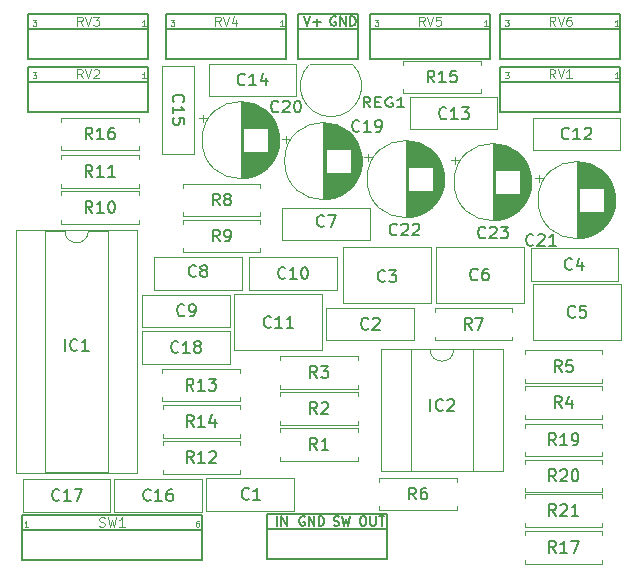
<source format=gto>
G04 #@! TF.GenerationSoftware,KiCad,Pcbnew,(5.99.0-1153-ge46e2e4e7)*
G04 #@! TF.CreationDate,2020-03-27T11:22:06+02:00*
G04 #@! TF.ProjectId,triton-delay,74726974-6f6e-42d6-9465-6c61792e6b69,rev?*
G04 #@! TF.SameCoordinates,Original*
G04 #@! TF.FileFunction,Legend,Top*
G04 #@! TF.FilePolarity,Positive*
%FSLAX46Y46*%
G04 Gerber Fmt 4.6, Leading zero omitted, Abs format (unit mm)*
G04 Created by KiCad (PCBNEW (5.99.0-1153-ge46e2e4e7)) date 2020-03-27 11:22:06*
%MOMM*%
%LPD*%
G01*
G04 APERTURE LIST*
%ADD10C,0.120000*%
%ADD11C,0.152400*%
%ADD12C,0.127000*%
%ADD13C,0.150000*%
%ADD14C,0.100000*%
%ADD15O,1.700000X1.700000*%
%ADD16C,1.700000*%
%ADD17O,2.132000X2.132000*%
%ADD18R,2.132000X2.132000*%
%ADD19O,2.030400X2.030400*%
%ADD20R,2.030400X2.030400*%
%ADD21R,1.150000X1.600000*%
%ADD22O,1.150000X1.600000*%
%ADD23R,1.700000X1.700000*%
%ADD24C,1.900000*%
%ADD25R,1.900000X1.900000*%
G04 APERTURE END LIST*
D10*
X108998000Y-74449000D02*
X108998000Y-74779000D01*
X115538000Y-74449000D02*
X108998000Y-74449000D01*
X115538000Y-74779000D02*
X115538000Y-74449000D01*
X108998000Y-77189000D02*
X108998000Y-76859000D01*
X115538000Y-77189000D02*
X108998000Y-77189000D01*
X115538000Y-76859000D02*
X115538000Y-77189000D01*
D11*
X87630000Y-45085000D02*
X97790000Y-45085000D01*
X97790000Y-45085000D02*
X97790000Y-47625000D01*
X97790000Y-47625000D02*
X87630000Y-47625000D01*
X87630000Y-47625000D02*
X87630000Y-45085000D01*
D12*
X87630000Y-45085000D02*
X87630000Y-43815000D01*
X87630000Y-43815000D02*
X97790000Y-43815000D01*
X97790000Y-43815000D02*
X97790000Y-45085000D01*
D11*
X127635000Y-45085000D02*
X137795000Y-45085000D01*
X137795000Y-45085000D02*
X137795000Y-47625000D01*
X137795000Y-47625000D02*
X127635000Y-47625000D01*
X127635000Y-47625000D02*
X127635000Y-45085000D01*
D12*
X127635000Y-45085000D02*
X127635000Y-43815000D01*
X127635000Y-43815000D02*
X137795000Y-43815000D01*
X137795000Y-43815000D02*
X137795000Y-45085000D01*
D10*
X112519000Y-63111200D02*
X112519000Y-67851200D01*
X105079000Y-63111200D02*
X105079000Y-67851200D01*
X105079000Y-67851200D02*
X112519000Y-67851200D01*
X105079000Y-63111200D02*
X112519000Y-63111200D01*
X122177000Y-63838000D02*
X122177000Y-59098000D01*
X129617000Y-63838000D02*
X129617000Y-59098000D01*
X129617000Y-59098000D02*
X122177000Y-59098000D01*
X129617000Y-63838000D02*
X122177000Y-63838000D01*
X137842800Y-62247600D02*
X137842800Y-66987600D01*
X130402800Y-62247600D02*
X130402800Y-66987600D01*
X130402800Y-66987600D02*
X137842800Y-66987600D01*
X130402800Y-62247600D02*
X137842800Y-62247600D01*
X114303000Y-63838000D02*
X114303000Y-59098000D01*
X121743000Y-63838000D02*
X121743000Y-59098000D01*
X121743000Y-59098000D02*
X114303000Y-59098000D01*
X121743000Y-63838000D02*
X114303000Y-63838000D01*
D12*
X102362000Y-81788000D02*
X102362000Y-83058000D01*
X87122000Y-81788000D02*
X102362000Y-81788000D01*
X87122000Y-83058000D02*
X87122000Y-81788000D01*
X87122000Y-85598000D02*
X87122000Y-83058000D01*
X102362000Y-85598000D02*
X87122000Y-85598000D01*
X102362000Y-83058000D02*
X102362000Y-85598000D01*
X87122000Y-83058000D02*
X102362000Y-83058000D01*
X115570000Y-40640000D02*
X115570000Y-39370000D01*
X110490000Y-40640000D02*
X110490000Y-39370000D01*
X115570000Y-39370000D02*
X110490000Y-39370000D01*
X115570000Y-43180000D02*
X115570000Y-40640000D01*
X110490000Y-43180000D02*
X110490000Y-40640000D01*
X115570000Y-43180000D02*
X110490000Y-43180000D01*
X110490000Y-40640000D02*
X115570000Y-40640000D01*
D10*
X136239000Y-82777000D02*
X136239000Y-82447000D01*
X129699000Y-82777000D02*
X136239000Y-82777000D01*
X129699000Y-82447000D02*
X129699000Y-82777000D01*
X136239000Y-80037000D02*
X136239000Y-80367000D01*
X129699000Y-80037000D02*
X136239000Y-80037000D01*
X129699000Y-80367000D02*
X129699000Y-80037000D01*
X136239000Y-79843300D02*
X136239000Y-79513300D01*
X129699000Y-79843300D02*
X136239000Y-79843300D01*
X129699000Y-79513300D02*
X129699000Y-79843300D01*
X136239000Y-77103300D02*
X136239000Y-77433300D01*
X129699000Y-77103300D02*
X136239000Y-77103300D01*
X129699000Y-77433300D02*
X129699000Y-77103300D01*
X136239000Y-76795300D02*
X136239000Y-76465300D01*
X129699000Y-76795300D02*
X136239000Y-76795300D01*
X129699000Y-76465300D02*
X129699000Y-76795300D01*
X136239000Y-74055300D02*
X136239000Y-74385300D01*
X129699000Y-74055300D02*
X136239000Y-74055300D01*
X129699000Y-74385300D02*
X129699000Y-74055300D01*
X129699000Y-83148500D02*
X129699000Y-83478500D01*
X136239000Y-83148500D02*
X129699000Y-83148500D01*
X136239000Y-83478500D02*
X136239000Y-83148500D01*
X129699000Y-85888500D02*
X129699000Y-85558500D01*
X136239000Y-85888500D02*
X129699000Y-85888500D01*
X136239000Y-85558500D02*
X136239000Y-85888500D01*
X90456000Y-48160000D02*
X90456000Y-48490000D01*
X96996000Y-48160000D02*
X90456000Y-48160000D01*
X96996000Y-48490000D02*
X96996000Y-48160000D01*
X90456000Y-50900000D02*
X90456000Y-50570000D01*
X96996000Y-50900000D02*
X90456000Y-50900000D01*
X96996000Y-50570000D02*
X96996000Y-50900000D01*
X125952000Y-46074000D02*
X125952000Y-45744000D01*
X119412000Y-46074000D02*
X125952000Y-46074000D01*
X119412000Y-45744000D02*
X119412000Y-46074000D01*
X125952000Y-43334000D02*
X125952000Y-43664000D01*
X119412000Y-43334000D02*
X125952000Y-43334000D01*
X119412000Y-43664000D02*
X119412000Y-43334000D01*
X105566600Y-75233200D02*
X105566600Y-74903200D01*
X99026600Y-75233200D02*
X105566600Y-75233200D01*
X99026600Y-74903200D02*
X99026600Y-75233200D01*
X105566600Y-72493200D02*
X105566600Y-72823200D01*
X99026600Y-72493200D02*
X105566600Y-72493200D01*
X99026600Y-72823200D02*
X99026600Y-72493200D01*
X105555800Y-72159800D02*
X105555800Y-71829800D01*
X99015800Y-72159800D02*
X105555800Y-72159800D01*
X99015800Y-71829800D02*
X99015800Y-72159800D01*
X105555800Y-69419800D02*
X105555800Y-69749800D01*
X99015800Y-69419800D02*
X105555800Y-69419800D01*
X99015800Y-69749800D02*
X99015800Y-69419800D01*
X105566600Y-78281200D02*
X105566600Y-77951200D01*
X99026600Y-78281200D02*
X105566600Y-78281200D01*
X99026600Y-77951200D02*
X99026600Y-78281200D01*
X105566600Y-75541200D02*
X105566600Y-75871200D01*
X99026600Y-75541200D02*
X105566600Y-75541200D01*
X99026600Y-75871200D02*
X99026600Y-75541200D01*
X90456000Y-51335000D02*
X90456000Y-51665000D01*
X96996000Y-51335000D02*
X90456000Y-51335000D01*
X96996000Y-51665000D02*
X96996000Y-51335000D01*
X90456000Y-54075000D02*
X90456000Y-53745000D01*
X96996000Y-54075000D02*
X90456000Y-54075000D01*
X96996000Y-53745000D02*
X96996000Y-54075000D01*
X90456000Y-54383000D02*
X90456000Y-54713000D01*
X96996000Y-54383000D02*
X90456000Y-54383000D01*
X96996000Y-54713000D02*
X96996000Y-54383000D01*
X90456000Y-57123000D02*
X90456000Y-56793000D01*
X96996000Y-57123000D02*
X90456000Y-57123000D01*
X96996000Y-56793000D02*
X96996000Y-57123000D01*
X107283000Y-59536000D02*
X107283000Y-59206000D01*
X100743000Y-59536000D02*
X107283000Y-59536000D01*
X100743000Y-59206000D02*
X100743000Y-59536000D01*
X107283000Y-56796000D02*
X107283000Y-57126000D01*
X100743000Y-56796000D02*
X107283000Y-56796000D01*
X100743000Y-57126000D02*
X100743000Y-56796000D01*
X100743000Y-53748000D02*
X100743000Y-54078000D01*
X107283000Y-53748000D02*
X100743000Y-53748000D01*
X107283000Y-54078000D02*
X107283000Y-53748000D01*
X100743000Y-56488000D02*
X100743000Y-56158000D01*
X107283000Y-56488000D02*
X100743000Y-56488000D01*
X107283000Y-56158000D02*
X107283000Y-56488000D01*
X128619000Y-67003600D02*
X128619000Y-66673600D01*
X122079000Y-67003600D02*
X128619000Y-67003600D01*
X122079000Y-66673600D02*
X122079000Y-67003600D01*
X128619000Y-64263600D02*
X128619000Y-64593600D01*
X122079000Y-64263600D02*
X128619000Y-64263600D01*
X122079000Y-64593600D02*
X122079000Y-64263600D01*
X117380000Y-78640000D02*
X117380000Y-78970000D01*
X123920000Y-78640000D02*
X117380000Y-78640000D01*
X123920000Y-78970000D02*
X123920000Y-78640000D01*
X117380000Y-81380000D02*
X117380000Y-81050000D01*
X123920000Y-81380000D02*
X117380000Y-81380000D01*
X123920000Y-81050000D02*
X123920000Y-81380000D01*
X129699000Y-67845000D02*
X129699000Y-68175000D01*
X136239000Y-67845000D02*
X129699000Y-67845000D01*
X136239000Y-68175000D02*
X136239000Y-67845000D01*
X129699000Y-70585000D02*
X129699000Y-70255000D01*
X136239000Y-70585000D02*
X129699000Y-70585000D01*
X136239000Y-70255000D02*
X136239000Y-70585000D01*
X136239000Y-73633000D02*
X136239000Y-73303000D01*
X129699000Y-73633000D02*
X136239000Y-73633000D01*
X129699000Y-73303000D02*
X129699000Y-73633000D01*
X136239000Y-70893000D02*
X136239000Y-71223000D01*
X129699000Y-70893000D02*
X136239000Y-70893000D01*
X129699000Y-71223000D02*
X129699000Y-70893000D01*
X115538000Y-71093000D02*
X115538000Y-70763000D01*
X108998000Y-71093000D02*
X115538000Y-71093000D01*
X108998000Y-70763000D02*
X108998000Y-71093000D01*
X115538000Y-68353000D02*
X115538000Y-68683000D01*
X108998000Y-68353000D02*
X115538000Y-68353000D01*
X108998000Y-68683000D02*
X108998000Y-68353000D01*
X108998000Y-71401000D02*
X108998000Y-71731000D01*
X115538000Y-71401000D02*
X108998000Y-71401000D01*
X115538000Y-71731000D02*
X115538000Y-71401000D01*
X108998000Y-74141000D02*
X108998000Y-73811000D01*
X115538000Y-74141000D02*
X108998000Y-74141000D01*
X115538000Y-73811000D02*
X115538000Y-74141000D01*
D11*
X127635000Y-40640000D02*
X137795000Y-40640000D01*
X137795000Y-40640000D02*
X137795000Y-43180000D01*
X137795000Y-43180000D02*
X127635000Y-43180000D01*
X127635000Y-43180000D02*
X127635000Y-40640000D01*
D12*
X127635000Y-40640000D02*
X127635000Y-39370000D01*
X127635000Y-39370000D02*
X137795000Y-39370000D01*
X137795000Y-39370000D02*
X137795000Y-40640000D01*
D11*
X116586000Y-40640000D02*
X126746000Y-40640000D01*
X126746000Y-40640000D02*
X126746000Y-43180000D01*
X126746000Y-43180000D02*
X116586000Y-43180000D01*
X116586000Y-43180000D02*
X116586000Y-40640000D01*
D12*
X116586000Y-40640000D02*
X116586000Y-39370000D01*
X116586000Y-39370000D02*
X126746000Y-39370000D01*
X126746000Y-39370000D02*
X126746000Y-40640000D01*
D11*
X99314000Y-40640000D02*
X109474000Y-40640000D01*
X109474000Y-40640000D02*
X109474000Y-43180000D01*
X109474000Y-43180000D02*
X99314000Y-43180000D01*
X99314000Y-43180000D02*
X99314000Y-40640000D01*
D12*
X99314000Y-40640000D02*
X99314000Y-39370000D01*
X99314000Y-39370000D02*
X109474000Y-39370000D01*
X109474000Y-39370000D02*
X109474000Y-40640000D01*
D11*
X87630000Y-40640000D02*
X97790000Y-40640000D01*
X97790000Y-40640000D02*
X97790000Y-43180000D01*
X97790000Y-43180000D02*
X87630000Y-43180000D01*
X87630000Y-43180000D02*
X87630000Y-40640000D01*
D12*
X87630000Y-40640000D02*
X87630000Y-39370000D01*
X87630000Y-39370000D02*
X97790000Y-39370000D01*
X97790000Y-39370000D02*
X97790000Y-40640000D01*
D10*
X115084000Y-43616000D02*
X111484000Y-43616000D01*
X115122478Y-43627522D02*
G75*
G02*
X113284000Y-48066000I-1838478J-1838478D01*
G01*
X111445522Y-43627522D02*
G75*
G03*
X113284000Y-48066000I1838478J-1838478D01*
G01*
D12*
X107848400Y-82956400D02*
X118008400Y-82956400D01*
X118008400Y-85496400D02*
X107848400Y-85496400D01*
X107848400Y-85496400D02*
X107848400Y-82956400D01*
X118008400Y-85496400D02*
X118008400Y-82956400D01*
X118008400Y-81686400D02*
X107848400Y-81686400D01*
X107848400Y-82956400D02*
X107848400Y-81686400D01*
X118008400Y-82956400D02*
X118008400Y-81686400D01*
D10*
X123682000Y-67758000D02*
G75*
G02*
X121682000Y-67758000I-1000000J0D01*
G01*
X121682000Y-67758000D02*
X120032000Y-67758000D01*
X120032000Y-67758000D02*
X120032000Y-78038000D01*
X120032000Y-78038000D02*
X125332000Y-78038000D01*
X125332000Y-78038000D02*
X125332000Y-67758000D01*
X125332000Y-67758000D02*
X123682000Y-67758000D01*
X117542000Y-67698000D02*
X117542000Y-78098000D01*
X117542000Y-78098000D02*
X127822000Y-78098000D01*
X127822000Y-78098000D02*
X127822000Y-67698000D01*
X127822000Y-67698000D02*
X117542000Y-67698000D01*
X92744800Y-57725000D02*
G75*
G02*
X90744800Y-57725000I-1000000J0D01*
G01*
X90744800Y-57725000D02*
X89094800Y-57725000D01*
X89094800Y-57725000D02*
X89094800Y-78165000D01*
X89094800Y-78165000D02*
X94394800Y-78165000D01*
X94394800Y-78165000D02*
X94394800Y-57725000D01*
X94394800Y-57725000D02*
X92744800Y-57725000D01*
X86604800Y-57665000D02*
X86604800Y-78225000D01*
X86604800Y-78225000D02*
X96884800Y-78225000D01*
X96884800Y-78225000D02*
X96884800Y-57665000D01*
X96884800Y-57665000D02*
X86604800Y-57665000D01*
X130250000Y-53594000D02*
G75*
G03*
X130250000Y-53594000I-3270000J0D01*
G01*
X126980000Y-50364000D02*
X126980000Y-56824000D01*
X127020000Y-50364000D02*
X127020000Y-56824000D01*
X127060000Y-50364000D02*
X127060000Y-56824000D01*
X127100000Y-50366000D02*
X127100000Y-56822000D01*
X127140000Y-50367000D02*
X127140000Y-56821000D01*
X127180000Y-50370000D02*
X127180000Y-56818000D01*
X127220000Y-50372000D02*
X127220000Y-52554000D01*
X127220000Y-54634000D02*
X127220000Y-56816000D01*
X127260000Y-50376000D02*
X127260000Y-52554000D01*
X127260000Y-54634000D02*
X127260000Y-56812000D01*
X127300000Y-50379000D02*
X127300000Y-52554000D01*
X127300000Y-54634000D02*
X127300000Y-56809000D01*
X127340000Y-50383000D02*
X127340000Y-52554000D01*
X127340000Y-54634000D02*
X127340000Y-56805000D01*
X127380000Y-50388000D02*
X127380000Y-52554000D01*
X127380000Y-54634000D02*
X127380000Y-56800000D01*
X127420000Y-50393000D02*
X127420000Y-52554000D01*
X127420000Y-54634000D02*
X127420000Y-56795000D01*
X127460000Y-50399000D02*
X127460000Y-52554000D01*
X127460000Y-54634000D02*
X127460000Y-56789000D01*
X127500000Y-50405000D02*
X127500000Y-52554000D01*
X127500000Y-54634000D02*
X127500000Y-56783000D01*
X127540000Y-50412000D02*
X127540000Y-52554000D01*
X127540000Y-54634000D02*
X127540000Y-56776000D01*
X127580000Y-50419000D02*
X127580000Y-52554000D01*
X127580000Y-54634000D02*
X127580000Y-56769000D01*
X127620000Y-50427000D02*
X127620000Y-52554000D01*
X127620000Y-54634000D02*
X127620000Y-56761000D01*
X127660000Y-50435000D02*
X127660000Y-52554000D01*
X127660000Y-54634000D02*
X127660000Y-56753000D01*
X127701000Y-50444000D02*
X127701000Y-52554000D01*
X127701000Y-54634000D02*
X127701000Y-56744000D01*
X127741000Y-50453000D02*
X127741000Y-52554000D01*
X127741000Y-54634000D02*
X127741000Y-56735000D01*
X127781000Y-50463000D02*
X127781000Y-52554000D01*
X127781000Y-54634000D02*
X127781000Y-56725000D01*
X127821000Y-50473000D02*
X127821000Y-52554000D01*
X127821000Y-54634000D02*
X127821000Y-56715000D01*
X127861000Y-50484000D02*
X127861000Y-52554000D01*
X127861000Y-54634000D02*
X127861000Y-56704000D01*
X127901000Y-50496000D02*
X127901000Y-52554000D01*
X127901000Y-54634000D02*
X127901000Y-56692000D01*
X127941000Y-50508000D02*
X127941000Y-52554000D01*
X127941000Y-54634000D02*
X127941000Y-56680000D01*
X127981000Y-50520000D02*
X127981000Y-52554000D01*
X127981000Y-54634000D02*
X127981000Y-56668000D01*
X128021000Y-50533000D02*
X128021000Y-52554000D01*
X128021000Y-54634000D02*
X128021000Y-56655000D01*
X128061000Y-50547000D02*
X128061000Y-52554000D01*
X128061000Y-54634000D02*
X128061000Y-56641000D01*
X128101000Y-50561000D02*
X128101000Y-52554000D01*
X128101000Y-54634000D02*
X128101000Y-56627000D01*
X128141000Y-50576000D02*
X128141000Y-52554000D01*
X128141000Y-54634000D02*
X128141000Y-56612000D01*
X128181000Y-50592000D02*
X128181000Y-52554000D01*
X128181000Y-54634000D02*
X128181000Y-56596000D01*
X128221000Y-50608000D02*
X128221000Y-52554000D01*
X128221000Y-54634000D02*
X128221000Y-56580000D01*
X128261000Y-50624000D02*
X128261000Y-52554000D01*
X128261000Y-54634000D02*
X128261000Y-56564000D01*
X128301000Y-50642000D02*
X128301000Y-52554000D01*
X128301000Y-54634000D02*
X128301000Y-56546000D01*
X128341000Y-50660000D02*
X128341000Y-52554000D01*
X128341000Y-54634000D02*
X128341000Y-56528000D01*
X128381000Y-50678000D02*
X128381000Y-52554000D01*
X128381000Y-54634000D02*
X128381000Y-56510000D01*
X128421000Y-50698000D02*
X128421000Y-52554000D01*
X128421000Y-54634000D02*
X128421000Y-56490000D01*
X128461000Y-50718000D02*
X128461000Y-52554000D01*
X128461000Y-54634000D02*
X128461000Y-56470000D01*
X128501000Y-50738000D02*
X128501000Y-52554000D01*
X128501000Y-54634000D02*
X128501000Y-56450000D01*
X128541000Y-50760000D02*
X128541000Y-52554000D01*
X128541000Y-54634000D02*
X128541000Y-56428000D01*
X128581000Y-50782000D02*
X128581000Y-52554000D01*
X128581000Y-54634000D02*
X128581000Y-56406000D01*
X128621000Y-50804000D02*
X128621000Y-52554000D01*
X128621000Y-54634000D02*
X128621000Y-56384000D01*
X128661000Y-50828000D02*
X128661000Y-52554000D01*
X128661000Y-54634000D02*
X128661000Y-56360000D01*
X128701000Y-50852000D02*
X128701000Y-52554000D01*
X128701000Y-54634000D02*
X128701000Y-56336000D01*
X128741000Y-50878000D02*
X128741000Y-52554000D01*
X128741000Y-54634000D02*
X128741000Y-56310000D01*
X128781000Y-50904000D02*
X128781000Y-52554000D01*
X128781000Y-54634000D02*
X128781000Y-56284000D01*
X128821000Y-50930000D02*
X128821000Y-52554000D01*
X128821000Y-54634000D02*
X128821000Y-56258000D01*
X128861000Y-50958000D02*
X128861000Y-52554000D01*
X128861000Y-54634000D02*
X128861000Y-56230000D01*
X128901000Y-50987000D02*
X128901000Y-52554000D01*
X128901000Y-54634000D02*
X128901000Y-56201000D01*
X128941000Y-51016000D02*
X128941000Y-52554000D01*
X128941000Y-54634000D02*
X128941000Y-56172000D01*
X128981000Y-51046000D02*
X128981000Y-52554000D01*
X128981000Y-54634000D02*
X128981000Y-56142000D01*
X129021000Y-51078000D02*
X129021000Y-52554000D01*
X129021000Y-54634000D02*
X129021000Y-56110000D01*
X129061000Y-51110000D02*
X129061000Y-52554000D01*
X129061000Y-54634000D02*
X129061000Y-56078000D01*
X129101000Y-51144000D02*
X129101000Y-52554000D01*
X129101000Y-54634000D02*
X129101000Y-56044000D01*
X129141000Y-51178000D02*
X129141000Y-52554000D01*
X129141000Y-54634000D02*
X129141000Y-56010000D01*
X129181000Y-51214000D02*
X129181000Y-52554000D01*
X129181000Y-54634000D02*
X129181000Y-55974000D01*
X129221000Y-51251000D02*
X129221000Y-52554000D01*
X129221000Y-54634000D02*
X129221000Y-55937000D01*
X129261000Y-51289000D02*
X129261000Y-52554000D01*
X129261000Y-54634000D02*
X129261000Y-55899000D01*
X129301000Y-51329000D02*
X129301000Y-55859000D01*
X129341000Y-51370000D02*
X129341000Y-55818000D01*
X129381000Y-51412000D02*
X129381000Y-55776000D01*
X129421000Y-51457000D02*
X129421000Y-55731000D01*
X129461000Y-51502000D02*
X129461000Y-55686000D01*
X129501000Y-51550000D02*
X129501000Y-55638000D01*
X129541000Y-51599000D02*
X129541000Y-55589000D01*
X129581000Y-51650000D02*
X129581000Y-55538000D01*
X129621000Y-51704000D02*
X129621000Y-55484000D01*
X129661000Y-51760000D02*
X129661000Y-55428000D01*
X129701000Y-51818000D02*
X129701000Y-55370000D01*
X129741000Y-51880000D02*
X129741000Y-55308000D01*
X129781000Y-51944000D02*
X129781000Y-55244000D01*
X129821000Y-52013000D02*
X129821000Y-55175000D01*
X129861000Y-52085000D02*
X129861000Y-55103000D01*
X129901000Y-52162000D02*
X129901000Y-55026000D01*
X129941000Y-52244000D02*
X129941000Y-54944000D01*
X129981000Y-52332000D02*
X129981000Y-54856000D01*
X130021000Y-52429000D02*
X130021000Y-54759000D01*
X130061000Y-52535000D02*
X130061000Y-54653000D01*
X130101000Y-52654000D02*
X130101000Y-54534000D01*
X130141000Y-52792000D02*
X130141000Y-54396000D01*
X130181000Y-52961000D02*
X130181000Y-54227000D01*
X130221000Y-53192000D02*
X130221000Y-53996000D01*
X123479759Y-51755000D02*
X124109759Y-51755000D01*
X123794759Y-51440000D02*
X123794759Y-52070000D01*
X122884000Y-53340000D02*
G75*
G03*
X122884000Y-53340000I-3270000J0D01*
G01*
X119614000Y-50110000D02*
X119614000Y-56570000D01*
X119654000Y-50110000D02*
X119654000Y-56570000D01*
X119694000Y-50110000D02*
X119694000Y-56570000D01*
X119734000Y-50112000D02*
X119734000Y-56568000D01*
X119774000Y-50113000D02*
X119774000Y-56567000D01*
X119814000Y-50116000D02*
X119814000Y-56564000D01*
X119854000Y-50118000D02*
X119854000Y-52300000D01*
X119854000Y-54380000D02*
X119854000Y-56562000D01*
X119894000Y-50122000D02*
X119894000Y-52300000D01*
X119894000Y-54380000D02*
X119894000Y-56558000D01*
X119934000Y-50125000D02*
X119934000Y-52300000D01*
X119934000Y-54380000D02*
X119934000Y-56555000D01*
X119974000Y-50129000D02*
X119974000Y-52300000D01*
X119974000Y-54380000D02*
X119974000Y-56551000D01*
X120014000Y-50134000D02*
X120014000Y-52300000D01*
X120014000Y-54380000D02*
X120014000Y-56546000D01*
X120054000Y-50139000D02*
X120054000Y-52300000D01*
X120054000Y-54380000D02*
X120054000Y-56541000D01*
X120094000Y-50145000D02*
X120094000Y-52300000D01*
X120094000Y-54380000D02*
X120094000Y-56535000D01*
X120134000Y-50151000D02*
X120134000Y-52300000D01*
X120134000Y-54380000D02*
X120134000Y-56529000D01*
X120174000Y-50158000D02*
X120174000Y-52300000D01*
X120174000Y-54380000D02*
X120174000Y-56522000D01*
X120214000Y-50165000D02*
X120214000Y-52300000D01*
X120214000Y-54380000D02*
X120214000Y-56515000D01*
X120254000Y-50173000D02*
X120254000Y-52300000D01*
X120254000Y-54380000D02*
X120254000Y-56507000D01*
X120294000Y-50181000D02*
X120294000Y-52300000D01*
X120294000Y-54380000D02*
X120294000Y-56499000D01*
X120335000Y-50190000D02*
X120335000Y-52300000D01*
X120335000Y-54380000D02*
X120335000Y-56490000D01*
X120375000Y-50199000D02*
X120375000Y-52300000D01*
X120375000Y-54380000D02*
X120375000Y-56481000D01*
X120415000Y-50209000D02*
X120415000Y-52300000D01*
X120415000Y-54380000D02*
X120415000Y-56471000D01*
X120455000Y-50219000D02*
X120455000Y-52300000D01*
X120455000Y-54380000D02*
X120455000Y-56461000D01*
X120495000Y-50230000D02*
X120495000Y-52300000D01*
X120495000Y-54380000D02*
X120495000Y-56450000D01*
X120535000Y-50242000D02*
X120535000Y-52300000D01*
X120535000Y-54380000D02*
X120535000Y-56438000D01*
X120575000Y-50254000D02*
X120575000Y-52300000D01*
X120575000Y-54380000D02*
X120575000Y-56426000D01*
X120615000Y-50266000D02*
X120615000Y-52300000D01*
X120615000Y-54380000D02*
X120615000Y-56414000D01*
X120655000Y-50279000D02*
X120655000Y-52300000D01*
X120655000Y-54380000D02*
X120655000Y-56401000D01*
X120695000Y-50293000D02*
X120695000Y-52300000D01*
X120695000Y-54380000D02*
X120695000Y-56387000D01*
X120735000Y-50307000D02*
X120735000Y-52300000D01*
X120735000Y-54380000D02*
X120735000Y-56373000D01*
X120775000Y-50322000D02*
X120775000Y-52300000D01*
X120775000Y-54380000D02*
X120775000Y-56358000D01*
X120815000Y-50338000D02*
X120815000Y-52300000D01*
X120815000Y-54380000D02*
X120815000Y-56342000D01*
X120855000Y-50354000D02*
X120855000Y-52300000D01*
X120855000Y-54380000D02*
X120855000Y-56326000D01*
X120895000Y-50370000D02*
X120895000Y-52300000D01*
X120895000Y-54380000D02*
X120895000Y-56310000D01*
X120935000Y-50388000D02*
X120935000Y-52300000D01*
X120935000Y-54380000D02*
X120935000Y-56292000D01*
X120975000Y-50406000D02*
X120975000Y-52300000D01*
X120975000Y-54380000D02*
X120975000Y-56274000D01*
X121015000Y-50424000D02*
X121015000Y-52300000D01*
X121015000Y-54380000D02*
X121015000Y-56256000D01*
X121055000Y-50444000D02*
X121055000Y-52300000D01*
X121055000Y-54380000D02*
X121055000Y-56236000D01*
X121095000Y-50464000D02*
X121095000Y-52300000D01*
X121095000Y-54380000D02*
X121095000Y-56216000D01*
X121135000Y-50484000D02*
X121135000Y-52300000D01*
X121135000Y-54380000D02*
X121135000Y-56196000D01*
X121175000Y-50506000D02*
X121175000Y-52300000D01*
X121175000Y-54380000D02*
X121175000Y-56174000D01*
X121215000Y-50528000D02*
X121215000Y-52300000D01*
X121215000Y-54380000D02*
X121215000Y-56152000D01*
X121255000Y-50550000D02*
X121255000Y-52300000D01*
X121255000Y-54380000D02*
X121255000Y-56130000D01*
X121295000Y-50574000D02*
X121295000Y-52300000D01*
X121295000Y-54380000D02*
X121295000Y-56106000D01*
X121335000Y-50598000D02*
X121335000Y-52300000D01*
X121335000Y-54380000D02*
X121335000Y-56082000D01*
X121375000Y-50624000D02*
X121375000Y-52300000D01*
X121375000Y-54380000D02*
X121375000Y-56056000D01*
X121415000Y-50650000D02*
X121415000Y-52300000D01*
X121415000Y-54380000D02*
X121415000Y-56030000D01*
X121455000Y-50676000D02*
X121455000Y-52300000D01*
X121455000Y-54380000D02*
X121455000Y-56004000D01*
X121495000Y-50704000D02*
X121495000Y-52300000D01*
X121495000Y-54380000D02*
X121495000Y-55976000D01*
X121535000Y-50733000D02*
X121535000Y-52300000D01*
X121535000Y-54380000D02*
X121535000Y-55947000D01*
X121575000Y-50762000D02*
X121575000Y-52300000D01*
X121575000Y-54380000D02*
X121575000Y-55918000D01*
X121615000Y-50792000D02*
X121615000Y-52300000D01*
X121615000Y-54380000D02*
X121615000Y-55888000D01*
X121655000Y-50824000D02*
X121655000Y-52300000D01*
X121655000Y-54380000D02*
X121655000Y-55856000D01*
X121695000Y-50856000D02*
X121695000Y-52300000D01*
X121695000Y-54380000D02*
X121695000Y-55824000D01*
X121735000Y-50890000D02*
X121735000Y-52300000D01*
X121735000Y-54380000D02*
X121735000Y-55790000D01*
X121775000Y-50924000D02*
X121775000Y-52300000D01*
X121775000Y-54380000D02*
X121775000Y-55756000D01*
X121815000Y-50960000D02*
X121815000Y-52300000D01*
X121815000Y-54380000D02*
X121815000Y-55720000D01*
X121855000Y-50997000D02*
X121855000Y-52300000D01*
X121855000Y-54380000D02*
X121855000Y-55683000D01*
X121895000Y-51035000D02*
X121895000Y-52300000D01*
X121895000Y-54380000D02*
X121895000Y-55645000D01*
X121935000Y-51075000D02*
X121935000Y-55605000D01*
X121975000Y-51116000D02*
X121975000Y-55564000D01*
X122015000Y-51158000D02*
X122015000Y-55522000D01*
X122055000Y-51203000D02*
X122055000Y-55477000D01*
X122095000Y-51248000D02*
X122095000Y-55432000D01*
X122135000Y-51296000D02*
X122135000Y-55384000D01*
X122175000Y-51345000D02*
X122175000Y-55335000D01*
X122215000Y-51396000D02*
X122215000Y-55284000D01*
X122255000Y-51450000D02*
X122255000Y-55230000D01*
X122295000Y-51506000D02*
X122295000Y-55174000D01*
X122335000Y-51564000D02*
X122335000Y-55116000D01*
X122375000Y-51626000D02*
X122375000Y-55054000D01*
X122415000Y-51690000D02*
X122415000Y-54990000D01*
X122455000Y-51759000D02*
X122455000Y-54921000D01*
X122495000Y-51831000D02*
X122495000Y-54849000D01*
X122535000Y-51908000D02*
X122535000Y-54772000D01*
X122575000Y-51990000D02*
X122575000Y-54690000D01*
X122615000Y-52078000D02*
X122615000Y-54602000D01*
X122655000Y-52175000D02*
X122655000Y-54505000D01*
X122695000Y-52281000D02*
X122695000Y-54399000D01*
X122735000Y-52400000D02*
X122735000Y-54280000D01*
X122775000Y-52538000D02*
X122775000Y-54142000D01*
X122815000Y-52707000D02*
X122815000Y-53973000D01*
X122855000Y-52938000D02*
X122855000Y-53742000D01*
X116113759Y-51501000D02*
X116743759Y-51501000D01*
X116428759Y-51186000D02*
X116428759Y-51816000D01*
X137362000Y-55118000D02*
G75*
G03*
X137362000Y-55118000I-3270000J0D01*
G01*
X134092000Y-51888000D02*
X134092000Y-58348000D01*
X134132000Y-51888000D02*
X134132000Y-58348000D01*
X134172000Y-51888000D02*
X134172000Y-58348000D01*
X134212000Y-51890000D02*
X134212000Y-58346000D01*
X134252000Y-51891000D02*
X134252000Y-58345000D01*
X134292000Y-51894000D02*
X134292000Y-58342000D01*
X134332000Y-51896000D02*
X134332000Y-54078000D01*
X134332000Y-56158000D02*
X134332000Y-58340000D01*
X134372000Y-51900000D02*
X134372000Y-54078000D01*
X134372000Y-56158000D02*
X134372000Y-58336000D01*
X134412000Y-51903000D02*
X134412000Y-54078000D01*
X134412000Y-56158000D02*
X134412000Y-58333000D01*
X134452000Y-51907000D02*
X134452000Y-54078000D01*
X134452000Y-56158000D02*
X134452000Y-58329000D01*
X134492000Y-51912000D02*
X134492000Y-54078000D01*
X134492000Y-56158000D02*
X134492000Y-58324000D01*
X134532000Y-51917000D02*
X134532000Y-54078000D01*
X134532000Y-56158000D02*
X134532000Y-58319000D01*
X134572000Y-51923000D02*
X134572000Y-54078000D01*
X134572000Y-56158000D02*
X134572000Y-58313000D01*
X134612000Y-51929000D02*
X134612000Y-54078000D01*
X134612000Y-56158000D02*
X134612000Y-58307000D01*
X134652000Y-51936000D02*
X134652000Y-54078000D01*
X134652000Y-56158000D02*
X134652000Y-58300000D01*
X134692000Y-51943000D02*
X134692000Y-54078000D01*
X134692000Y-56158000D02*
X134692000Y-58293000D01*
X134732000Y-51951000D02*
X134732000Y-54078000D01*
X134732000Y-56158000D02*
X134732000Y-58285000D01*
X134772000Y-51959000D02*
X134772000Y-54078000D01*
X134772000Y-56158000D02*
X134772000Y-58277000D01*
X134813000Y-51968000D02*
X134813000Y-54078000D01*
X134813000Y-56158000D02*
X134813000Y-58268000D01*
X134853000Y-51977000D02*
X134853000Y-54078000D01*
X134853000Y-56158000D02*
X134853000Y-58259000D01*
X134893000Y-51987000D02*
X134893000Y-54078000D01*
X134893000Y-56158000D02*
X134893000Y-58249000D01*
X134933000Y-51997000D02*
X134933000Y-54078000D01*
X134933000Y-56158000D02*
X134933000Y-58239000D01*
X134973000Y-52008000D02*
X134973000Y-54078000D01*
X134973000Y-56158000D02*
X134973000Y-58228000D01*
X135013000Y-52020000D02*
X135013000Y-54078000D01*
X135013000Y-56158000D02*
X135013000Y-58216000D01*
X135053000Y-52032000D02*
X135053000Y-54078000D01*
X135053000Y-56158000D02*
X135053000Y-58204000D01*
X135093000Y-52044000D02*
X135093000Y-54078000D01*
X135093000Y-56158000D02*
X135093000Y-58192000D01*
X135133000Y-52057000D02*
X135133000Y-54078000D01*
X135133000Y-56158000D02*
X135133000Y-58179000D01*
X135173000Y-52071000D02*
X135173000Y-54078000D01*
X135173000Y-56158000D02*
X135173000Y-58165000D01*
X135213000Y-52085000D02*
X135213000Y-54078000D01*
X135213000Y-56158000D02*
X135213000Y-58151000D01*
X135253000Y-52100000D02*
X135253000Y-54078000D01*
X135253000Y-56158000D02*
X135253000Y-58136000D01*
X135293000Y-52116000D02*
X135293000Y-54078000D01*
X135293000Y-56158000D02*
X135293000Y-58120000D01*
X135333000Y-52132000D02*
X135333000Y-54078000D01*
X135333000Y-56158000D02*
X135333000Y-58104000D01*
X135373000Y-52148000D02*
X135373000Y-54078000D01*
X135373000Y-56158000D02*
X135373000Y-58088000D01*
X135413000Y-52166000D02*
X135413000Y-54078000D01*
X135413000Y-56158000D02*
X135413000Y-58070000D01*
X135453000Y-52184000D02*
X135453000Y-54078000D01*
X135453000Y-56158000D02*
X135453000Y-58052000D01*
X135493000Y-52202000D02*
X135493000Y-54078000D01*
X135493000Y-56158000D02*
X135493000Y-58034000D01*
X135533000Y-52222000D02*
X135533000Y-54078000D01*
X135533000Y-56158000D02*
X135533000Y-58014000D01*
X135573000Y-52242000D02*
X135573000Y-54078000D01*
X135573000Y-56158000D02*
X135573000Y-57994000D01*
X135613000Y-52262000D02*
X135613000Y-54078000D01*
X135613000Y-56158000D02*
X135613000Y-57974000D01*
X135653000Y-52284000D02*
X135653000Y-54078000D01*
X135653000Y-56158000D02*
X135653000Y-57952000D01*
X135693000Y-52306000D02*
X135693000Y-54078000D01*
X135693000Y-56158000D02*
X135693000Y-57930000D01*
X135733000Y-52328000D02*
X135733000Y-54078000D01*
X135733000Y-56158000D02*
X135733000Y-57908000D01*
X135773000Y-52352000D02*
X135773000Y-54078000D01*
X135773000Y-56158000D02*
X135773000Y-57884000D01*
X135813000Y-52376000D02*
X135813000Y-54078000D01*
X135813000Y-56158000D02*
X135813000Y-57860000D01*
X135853000Y-52402000D02*
X135853000Y-54078000D01*
X135853000Y-56158000D02*
X135853000Y-57834000D01*
X135893000Y-52428000D02*
X135893000Y-54078000D01*
X135893000Y-56158000D02*
X135893000Y-57808000D01*
X135933000Y-52454000D02*
X135933000Y-54078000D01*
X135933000Y-56158000D02*
X135933000Y-57782000D01*
X135973000Y-52482000D02*
X135973000Y-54078000D01*
X135973000Y-56158000D02*
X135973000Y-57754000D01*
X136013000Y-52511000D02*
X136013000Y-54078000D01*
X136013000Y-56158000D02*
X136013000Y-57725000D01*
X136053000Y-52540000D02*
X136053000Y-54078000D01*
X136053000Y-56158000D02*
X136053000Y-57696000D01*
X136093000Y-52570000D02*
X136093000Y-54078000D01*
X136093000Y-56158000D02*
X136093000Y-57666000D01*
X136133000Y-52602000D02*
X136133000Y-54078000D01*
X136133000Y-56158000D02*
X136133000Y-57634000D01*
X136173000Y-52634000D02*
X136173000Y-54078000D01*
X136173000Y-56158000D02*
X136173000Y-57602000D01*
X136213000Y-52668000D02*
X136213000Y-54078000D01*
X136213000Y-56158000D02*
X136213000Y-57568000D01*
X136253000Y-52702000D02*
X136253000Y-54078000D01*
X136253000Y-56158000D02*
X136253000Y-57534000D01*
X136293000Y-52738000D02*
X136293000Y-54078000D01*
X136293000Y-56158000D02*
X136293000Y-57498000D01*
X136333000Y-52775000D02*
X136333000Y-54078000D01*
X136333000Y-56158000D02*
X136333000Y-57461000D01*
X136373000Y-52813000D02*
X136373000Y-54078000D01*
X136373000Y-56158000D02*
X136373000Y-57423000D01*
X136413000Y-52853000D02*
X136413000Y-57383000D01*
X136453000Y-52894000D02*
X136453000Y-57342000D01*
X136493000Y-52936000D02*
X136493000Y-57300000D01*
X136533000Y-52981000D02*
X136533000Y-57255000D01*
X136573000Y-53026000D02*
X136573000Y-57210000D01*
X136613000Y-53074000D02*
X136613000Y-57162000D01*
X136653000Y-53123000D02*
X136653000Y-57113000D01*
X136693000Y-53174000D02*
X136693000Y-57062000D01*
X136733000Y-53228000D02*
X136733000Y-57008000D01*
X136773000Y-53284000D02*
X136773000Y-56952000D01*
X136813000Y-53342000D02*
X136813000Y-56894000D01*
X136853000Y-53404000D02*
X136853000Y-56832000D01*
X136893000Y-53468000D02*
X136893000Y-56768000D01*
X136933000Y-53537000D02*
X136933000Y-56699000D01*
X136973000Y-53609000D02*
X136973000Y-56627000D01*
X137013000Y-53686000D02*
X137013000Y-56550000D01*
X137053000Y-53768000D02*
X137053000Y-56468000D01*
X137093000Y-53856000D02*
X137093000Y-56380000D01*
X137133000Y-53953000D02*
X137133000Y-56283000D01*
X137173000Y-54059000D02*
X137173000Y-56177000D01*
X137213000Y-54178000D02*
X137213000Y-56058000D01*
X137253000Y-54316000D02*
X137253000Y-55920000D01*
X137293000Y-54485000D02*
X137293000Y-55751000D01*
X137333000Y-54716000D02*
X137333000Y-55520000D01*
X130591759Y-53279000D02*
X131221759Y-53279000D01*
X130906759Y-52964000D02*
X130906759Y-53594000D01*
X108914000Y-50038000D02*
G75*
G03*
X108914000Y-50038000I-3270000J0D01*
G01*
X105644000Y-46808000D02*
X105644000Y-53268000D01*
X105684000Y-46808000D02*
X105684000Y-53268000D01*
X105724000Y-46808000D02*
X105724000Y-53268000D01*
X105764000Y-46810000D02*
X105764000Y-53266000D01*
X105804000Y-46811000D02*
X105804000Y-53265000D01*
X105844000Y-46814000D02*
X105844000Y-53262000D01*
X105884000Y-46816000D02*
X105884000Y-48998000D01*
X105884000Y-51078000D02*
X105884000Y-53260000D01*
X105924000Y-46820000D02*
X105924000Y-48998000D01*
X105924000Y-51078000D02*
X105924000Y-53256000D01*
X105964000Y-46823000D02*
X105964000Y-48998000D01*
X105964000Y-51078000D02*
X105964000Y-53253000D01*
X106004000Y-46827000D02*
X106004000Y-48998000D01*
X106004000Y-51078000D02*
X106004000Y-53249000D01*
X106044000Y-46832000D02*
X106044000Y-48998000D01*
X106044000Y-51078000D02*
X106044000Y-53244000D01*
X106084000Y-46837000D02*
X106084000Y-48998000D01*
X106084000Y-51078000D02*
X106084000Y-53239000D01*
X106124000Y-46843000D02*
X106124000Y-48998000D01*
X106124000Y-51078000D02*
X106124000Y-53233000D01*
X106164000Y-46849000D02*
X106164000Y-48998000D01*
X106164000Y-51078000D02*
X106164000Y-53227000D01*
X106204000Y-46856000D02*
X106204000Y-48998000D01*
X106204000Y-51078000D02*
X106204000Y-53220000D01*
X106244000Y-46863000D02*
X106244000Y-48998000D01*
X106244000Y-51078000D02*
X106244000Y-53213000D01*
X106284000Y-46871000D02*
X106284000Y-48998000D01*
X106284000Y-51078000D02*
X106284000Y-53205000D01*
X106324000Y-46879000D02*
X106324000Y-48998000D01*
X106324000Y-51078000D02*
X106324000Y-53197000D01*
X106365000Y-46888000D02*
X106365000Y-48998000D01*
X106365000Y-51078000D02*
X106365000Y-53188000D01*
X106405000Y-46897000D02*
X106405000Y-48998000D01*
X106405000Y-51078000D02*
X106405000Y-53179000D01*
X106445000Y-46907000D02*
X106445000Y-48998000D01*
X106445000Y-51078000D02*
X106445000Y-53169000D01*
X106485000Y-46917000D02*
X106485000Y-48998000D01*
X106485000Y-51078000D02*
X106485000Y-53159000D01*
X106525000Y-46928000D02*
X106525000Y-48998000D01*
X106525000Y-51078000D02*
X106525000Y-53148000D01*
X106565000Y-46940000D02*
X106565000Y-48998000D01*
X106565000Y-51078000D02*
X106565000Y-53136000D01*
X106605000Y-46952000D02*
X106605000Y-48998000D01*
X106605000Y-51078000D02*
X106605000Y-53124000D01*
X106645000Y-46964000D02*
X106645000Y-48998000D01*
X106645000Y-51078000D02*
X106645000Y-53112000D01*
X106685000Y-46977000D02*
X106685000Y-48998000D01*
X106685000Y-51078000D02*
X106685000Y-53099000D01*
X106725000Y-46991000D02*
X106725000Y-48998000D01*
X106725000Y-51078000D02*
X106725000Y-53085000D01*
X106765000Y-47005000D02*
X106765000Y-48998000D01*
X106765000Y-51078000D02*
X106765000Y-53071000D01*
X106805000Y-47020000D02*
X106805000Y-48998000D01*
X106805000Y-51078000D02*
X106805000Y-53056000D01*
X106845000Y-47036000D02*
X106845000Y-48998000D01*
X106845000Y-51078000D02*
X106845000Y-53040000D01*
X106885000Y-47052000D02*
X106885000Y-48998000D01*
X106885000Y-51078000D02*
X106885000Y-53024000D01*
X106925000Y-47068000D02*
X106925000Y-48998000D01*
X106925000Y-51078000D02*
X106925000Y-53008000D01*
X106965000Y-47086000D02*
X106965000Y-48998000D01*
X106965000Y-51078000D02*
X106965000Y-52990000D01*
X107005000Y-47104000D02*
X107005000Y-48998000D01*
X107005000Y-51078000D02*
X107005000Y-52972000D01*
X107045000Y-47122000D02*
X107045000Y-48998000D01*
X107045000Y-51078000D02*
X107045000Y-52954000D01*
X107085000Y-47142000D02*
X107085000Y-48998000D01*
X107085000Y-51078000D02*
X107085000Y-52934000D01*
X107125000Y-47162000D02*
X107125000Y-48998000D01*
X107125000Y-51078000D02*
X107125000Y-52914000D01*
X107165000Y-47182000D02*
X107165000Y-48998000D01*
X107165000Y-51078000D02*
X107165000Y-52894000D01*
X107205000Y-47204000D02*
X107205000Y-48998000D01*
X107205000Y-51078000D02*
X107205000Y-52872000D01*
X107245000Y-47226000D02*
X107245000Y-48998000D01*
X107245000Y-51078000D02*
X107245000Y-52850000D01*
X107285000Y-47248000D02*
X107285000Y-48998000D01*
X107285000Y-51078000D02*
X107285000Y-52828000D01*
X107325000Y-47272000D02*
X107325000Y-48998000D01*
X107325000Y-51078000D02*
X107325000Y-52804000D01*
X107365000Y-47296000D02*
X107365000Y-48998000D01*
X107365000Y-51078000D02*
X107365000Y-52780000D01*
X107405000Y-47322000D02*
X107405000Y-48998000D01*
X107405000Y-51078000D02*
X107405000Y-52754000D01*
X107445000Y-47348000D02*
X107445000Y-48998000D01*
X107445000Y-51078000D02*
X107445000Y-52728000D01*
X107485000Y-47374000D02*
X107485000Y-48998000D01*
X107485000Y-51078000D02*
X107485000Y-52702000D01*
X107525000Y-47402000D02*
X107525000Y-48998000D01*
X107525000Y-51078000D02*
X107525000Y-52674000D01*
X107565000Y-47431000D02*
X107565000Y-48998000D01*
X107565000Y-51078000D02*
X107565000Y-52645000D01*
X107605000Y-47460000D02*
X107605000Y-48998000D01*
X107605000Y-51078000D02*
X107605000Y-52616000D01*
X107645000Y-47490000D02*
X107645000Y-48998000D01*
X107645000Y-51078000D02*
X107645000Y-52586000D01*
X107685000Y-47522000D02*
X107685000Y-48998000D01*
X107685000Y-51078000D02*
X107685000Y-52554000D01*
X107725000Y-47554000D02*
X107725000Y-48998000D01*
X107725000Y-51078000D02*
X107725000Y-52522000D01*
X107765000Y-47588000D02*
X107765000Y-48998000D01*
X107765000Y-51078000D02*
X107765000Y-52488000D01*
X107805000Y-47622000D02*
X107805000Y-48998000D01*
X107805000Y-51078000D02*
X107805000Y-52454000D01*
X107845000Y-47658000D02*
X107845000Y-48998000D01*
X107845000Y-51078000D02*
X107845000Y-52418000D01*
X107885000Y-47695000D02*
X107885000Y-48998000D01*
X107885000Y-51078000D02*
X107885000Y-52381000D01*
X107925000Y-47733000D02*
X107925000Y-48998000D01*
X107925000Y-51078000D02*
X107925000Y-52343000D01*
X107965000Y-47773000D02*
X107965000Y-52303000D01*
X108005000Y-47814000D02*
X108005000Y-52262000D01*
X108045000Y-47856000D02*
X108045000Y-52220000D01*
X108085000Y-47901000D02*
X108085000Y-52175000D01*
X108125000Y-47946000D02*
X108125000Y-52130000D01*
X108165000Y-47994000D02*
X108165000Y-52082000D01*
X108205000Y-48043000D02*
X108205000Y-52033000D01*
X108245000Y-48094000D02*
X108245000Y-51982000D01*
X108285000Y-48148000D02*
X108285000Y-51928000D01*
X108325000Y-48204000D02*
X108325000Y-51872000D01*
X108365000Y-48262000D02*
X108365000Y-51814000D01*
X108405000Y-48324000D02*
X108405000Y-51752000D01*
X108445000Y-48388000D02*
X108445000Y-51688000D01*
X108485000Y-48457000D02*
X108485000Y-51619000D01*
X108525000Y-48529000D02*
X108525000Y-51547000D01*
X108565000Y-48606000D02*
X108565000Y-51470000D01*
X108605000Y-48688000D02*
X108605000Y-51388000D01*
X108645000Y-48776000D02*
X108645000Y-51300000D01*
X108685000Y-48873000D02*
X108685000Y-51203000D01*
X108725000Y-48979000D02*
X108725000Y-51097000D01*
X108765000Y-49098000D02*
X108765000Y-50978000D01*
X108805000Y-49236000D02*
X108805000Y-50840000D01*
X108845000Y-49405000D02*
X108845000Y-50671000D01*
X108885000Y-49636000D02*
X108885000Y-50440000D01*
X102143759Y-48199000D02*
X102773759Y-48199000D01*
X102458759Y-47884000D02*
X102458759Y-48514000D01*
X115899000Y-51816000D02*
G75*
G03*
X115899000Y-51816000I-3270000J0D01*
G01*
X112629000Y-48586000D02*
X112629000Y-55046000D01*
X112669000Y-48586000D02*
X112669000Y-55046000D01*
X112709000Y-48586000D02*
X112709000Y-55046000D01*
X112749000Y-48588000D02*
X112749000Y-55044000D01*
X112789000Y-48589000D02*
X112789000Y-55043000D01*
X112829000Y-48592000D02*
X112829000Y-55040000D01*
X112869000Y-48594000D02*
X112869000Y-50776000D01*
X112869000Y-52856000D02*
X112869000Y-55038000D01*
X112909000Y-48598000D02*
X112909000Y-50776000D01*
X112909000Y-52856000D02*
X112909000Y-55034000D01*
X112949000Y-48601000D02*
X112949000Y-50776000D01*
X112949000Y-52856000D02*
X112949000Y-55031000D01*
X112989000Y-48605000D02*
X112989000Y-50776000D01*
X112989000Y-52856000D02*
X112989000Y-55027000D01*
X113029000Y-48610000D02*
X113029000Y-50776000D01*
X113029000Y-52856000D02*
X113029000Y-55022000D01*
X113069000Y-48615000D02*
X113069000Y-50776000D01*
X113069000Y-52856000D02*
X113069000Y-55017000D01*
X113109000Y-48621000D02*
X113109000Y-50776000D01*
X113109000Y-52856000D02*
X113109000Y-55011000D01*
X113149000Y-48627000D02*
X113149000Y-50776000D01*
X113149000Y-52856000D02*
X113149000Y-55005000D01*
X113189000Y-48634000D02*
X113189000Y-50776000D01*
X113189000Y-52856000D02*
X113189000Y-54998000D01*
X113229000Y-48641000D02*
X113229000Y-50776000D01*
X113229000Y-52856000D02*
X113229000Y-54991000D01*
X113269000Y-48649000D02*
X113269000Y-50776000D01*
X113269000Y-52856000D02*
X113269000Y-54983000D01*
X113309000Y-48657000D02*
X113309000Y-50776000D01*
X113309000Y-52856000D02*
X113309000Y-54975000D01*
X113350000Y-48666000D02*
X113350000Y-50776000D01*
X113350000Y-52856000D02*
X113350000Y-54966000D01*
X113390000Y-48675000D02*
X113390000Y-50776000D01*
X113390000Y-52856000D02*
X113390000Y-54957000D01*
X113430000Y-48685000D02*
X113430000Y-50776000D01*
X113430000Y-52856000D02*
X113430000Y-54947000D01*
X113470000Y-48695000D02*
X113470000Y-50776000D01*
X113470000Y-52856000D02*
X113470000Y-54937000D01*
X113510000Y-48706000D02*
X113510000Y-50776000D01*
X113510000Y-52856000D02*
X113510000Y-54926000D01*
X113550000Y-48718000D02*
X113550000Y-50776000D01*
X113550000Y-52856000D02*
X113550000Y-54914000D01*
X113590000Y-48730000D02*
X113590000Y-50776000D01*
X113590000Y-52856000D02*
X113590000Y-54902000D01*
X113630000Y-48742000D02*
X113630000Y-50776000D01*
X113630000Y-52856000D02*
X113630000Y-54890000D01*
X113670000Y-48755000D02*
X113670000Y-50776000D01*
X113670000Y-52856000D02*
X113670000Y-54877000D01*
X113710000Y-48769000D02*
X113710000Y-50776000D01*
X113710000Y-52856000D02*
X113710000Y-54863000D01*
X113750000Y-48783000D02*
X113750000Y-50776000D01*
X113750000Y-52856000D02*
X113750000Y-54849000D01*
X113790000Y-48798000D02*
X113790000Y-50776000D01*
X113790000Y-52856000D02*
X113790000Y-54834000D01*
X113830000Y-48814000D02*
X113830000Y-50776000D01*
X113830000Y-52856000D02*
X113830000Y-54818000D01*
X113870000Y-48830000D02*
X113870000Y-50776000D01*
X113870000Y-52856000D02*
X113870000Y-54802000D01*
X113910000Y-48846000D02*
X113910000Y-50776000D01*
X113910000Y-52856000D02*
X113910000Y-54786000D01*
X113950000Y-48864000D02*
X113950000Y-50776000D01*
X113950000Y-52856000D02*
X113950000Y-54768000D01*
X113990000Y-48882000D02*
X113990000Y-50776000D01*
X113990000Y-52856000D02*
X113990000Y-54750000D01*
X114030000Y-48900000D02*
X114030000Y-50776000D01*
X114030000Y-52856000D02*
X114030000Y-54732000D01*
X114070000Y-48920000D02*
X114070000Y-50776000D01*
X114070000Y-52856000D02*
X114070000Y-54712000D01*
X114110000Y-48940000D02*
X114110000Y-50776000D01*
X114110000Y-52856000D02*
X114110000Y-54692000D01*
X114150000Y-48960000D02*
X114150000Y-50776000D01*
X114150000Y-52856000D02*
X114150000Y-54672000D01*
X114190000Y-48982000D02*
X114190000Y-50776000D01*
X114190000Y-52856000D02*
X114190000Y-54650000D01*
X114230000Y-49004000D02*
X114230000Y-50776000D01*
X114230000Y-52856000D02*
X114230000Y-54628000D01*
X114270000Y-49026000D02*
X114270000Y-50776000D01*
X114270000Y-52856000D02*
X114270000Y-54606000D01*
X114310000Y-49050000D02*
X114310000Y-50776000D01*
X114310000Y-52856000D02*
X114310000Y-54582000D01*
X114350000Y-49074000D02*
X114350000Y-50776000D01*
X114350000Y-52856000D02*
X114350000Y-54558000D01*
X114390000Y-49100000D02*
X114390000Y-50776000D01*
X114390000Y-52856000D02*
X114390000Y-54532000D01*
X114430000Y-49126000D02*
X114430000Y-50776000D01*
X114430000Y-52856000D02*
X114430000Y-54506000D01*
X114470000Y-49152000D02*
X114470000Y-50776000D01*
X114470000Y-52856000D02*
X114470000Y-54480000D01*
X114510000Y-49180000D02*
X114510000Y-50776000D01*
X114510000Y-52856000D02*
X114510000Y-54452000D01*
X114550000Y-49209000D02*
X114550000Y-50776000D01*
X114550000Y-52856000D02*
X114550000Y-54423000D01*
X114590000Y-49238000D02*
X114590000Y-50776000D01*
X114590000Y-52856000D02*
X114590000Y-54394000D01*
X114630000Y-49268000D02*
X114630000Y-50776000D01*
X114630000Y-52856000D02*
X114630000Y-54364000D01*
X114670000Y-49300000D02*
X114670000Y-50776000D01*
X114670000Y-52856000D02*
X114670000Y-54332000D01*
X114710000Y-49332000D02*
X114710000Y-50776000D01*
X114710000Y-52856000D02*
X114710000Y-54300000D01*
X114750000Y-49366000D02*
X114750000Y-50776000D01*
X114750000Y-52856000D02*
X114750000Y-54266000D01*
X114790000Y-49400000D02*
X114790000Y-50776000D01*
X114790000Y-52856000D02*
X114790000Y-54232000D01*
X114830000Y-49436000D02*
X114830000Y-50776000D01*
X114830000Y-52856000D02*
X114830000Y-54196000D01*
X114870000Y-49473000D02*
X114870000Y-50776000D01*
X114870000Y-52856000D02*
X114870000Y-54159000D01*
X114910000Y-49511000D02*
X114910000Y-50776000D01*
X114910000Y-52856000D02*
X114910000Y-54121000D01*
X114950000Y-49551000D02*
X114950000Y-54081000D01*
X114990000Y-49592000D02*
X114990000Y-54040000D01*
X115030000Y-49634000D02*
X115030000Y-53998000D01*
X115070000Y-49679000D02*
X115070000Y-53953000D01*
X115110000Y-49724000D02*
X115110000Y-53908000D01*
X115150000Y-49772000D02*
X115150000Y-53860000D01*
X115190000Y-49821000D02*
X115190000Y-53811000D01*
X115230000Y-49872000D02*
X115230000Y-53760000D01*
X115270000Y-49926000D02*
X115270000Y-53706000D01*
X115310000Y-49982000D02*
X115310000Y-53650000D01*
X115350000Y-50040000D02*
X115350000Y-53592000D01*
X115390000Y-50102000D02*
X115390000Y-53530000D01*
X115430000Y-50166000D02*
X115430000Y-53466000D01*
X115470000Y-50235000D02*
X115470000Y-53397000D01*
X115510000Y-50307000D02*
X115510000Y-53325000D01*
X115550000Y-50384000D02*
X115550000Y-53248000D01*
X115590000Y-50466000D02*
X115590000Y-53166000D01*
X115630000Y-50554000D02*
X115630000Y-53078000D01*
X115670000Y-50651000D02*
X115670000Y-52981000D01*
X115710000Y-50757000D02*
X115710000Y-52875000D01*
X115750000Y-50876000D02*
X115750000Y-52756000D01*
X115790000Y-51014000D02*
X115790000Y-52618000D01*
X115830000Y-51183000D02*
X115830000Y-52449000D01*
X115870000Y-51414000D02*
X115870000Y-52218000D01*
X109128759Y-49977000D02*
X109758759Y-49977000D01*
X109443759Y-49662000D02*
X109443759Y-50292000D01*
X97281200Y-66244800D02*
X104721200Y-66244800D01*
X97281200Y-68984800D02*
X104721200Y-68984800D01*
X97281200Y-66244800D02*
X97281200Y-68984800D01*
X104721200Y-66244800D02*
X104721200Y-68984800D01*
X87172000Y-78767000D02*
X94612000Y-78767000D01*
X87172000Y-81507000D02*
X94612000Y-81507000D01*
X87172000Y-78767000D02*
X87172000Y-81507000D01*
X94612000Y-78767000D02*
X94612000Y-81507000D01*
X102375500Y-81507000D02*
X94935500Y-81507000D01*
X102375500Y-78767000D02*
X94935500Y-78767000D01*
X102375500Y-81507000D02*
X102375500Y-78767000D01*
X94935500Y-81507000D02*
X94935500Y-78767000D01*
X101700000Y-43738000D02*
X101700000Y-51178000D01*
X98960000Y-43738000D02*
X98960000Y-51178000D01*
X101700000Y-43738000D02*
X98960000Y-43738000D01*
X101700000Y-51178000D02*
X98960000Y-51178000D01*
X102920000Y-43588000D02*
X110360000Y-43588000D01*
X102920000Y-46328000D02*
X110360000Y-46328000D01*
X102920000Y-43588000D02*
X102920000Y-46328000D01*
X110360000Y-43588000D02*
X110360000Y-46328000D01*
X119938000Y-46382000D02*
X127378000Y-46382000D01*
X119938000Y-49122000D02*
X127378000Y-49122000D01*
X119938000Y-46382000D02*
X119938000Y-49122000D01*
X127378000Y-46382000D02*
X127378000Y-49122000D01*
X130352000Y-48160000D02*
X137792000Y-48160000D01*
X130352000Y-50900000D02*
X137792000Y-50900000D01*
X130352000Y-48160000D02*
X130352000Y-50900000D01*
X137792000Y-48160000D02*
X137792000Y-50900000D01*
X106349000Y-59971000D02*
X113789000Y-59971000D01*
X106349000Y-62711000D02*
X113789000Y-62711000D01*
X106349000Y-59971000D02*
X106349000Y-62711000D01*
X113789000Y-59971000D02*
X113789000Y-62711000D01*
X104750400Y-65860600D02*
X97310400Y-65860600D01*
X104750400Y-63120600D02*
X97310400Y-63120600D01*
X104750400Y-65860600D02*
X104750400Y-63120600D01*
X97310400Y-65860600D02*
X97310400Y-63120600D01*
X105741000Y-62711000D02*
X98301000Y-62711000D01*
X105741000Y-59971000D02*
X98301000Y-59971000D01*
X105741000Y-62711000D02*
X105741000Y-59971000D01*
X98301000Y-62711000D02*
X98301000Y-59971000D01*
X109143000Y-55780000D02*
X116583000Y-55780000D01*
X109143000Y-58520000D02*
X116583000Y-58520000D01*
X109143000Y-55780000D02*
X109143000Y-58520000D01*
X116583000Y-55780000D02*
X116583000Y-58520000D01*
X137618000Y-61949000D02*
X130178000Y-61949000D01*
X137618000Y-59209000D02*
X130178000Y-59209000D01*
X137618000Y-61949000D02*
X137618000Y-59209000D01*
X130178000Y-61949000D02*
X130178000Y-59209000D01*
X112851400Y-64263600D02*
X120291400Y-64263600D01*
X112851400Y-67003600D02*
X120291400Y-67003600D01*
X112851400Y-64263600D02*
X112851400Y-67003600D01*
X120291400Y-64263600D02*
X120291400Y-67003600D01*
X110160600Y-81405400D02*
X102720600Y-81405400D01*
X110160600Y-78665400D02*
X102720600Y-78665400D01*
X110160600Y-81405400D02*
X110160600Y-78665400D01*
X102720600Y-81405400D02*
X102720600Y-78665400D01*
D13*
X112101333Y-76271380D02*
X111768000Y-75795190D01*
X111529904Y-76271380D02*
X111529904Y-75271380D01*
X111910857Y-75271380D01*
X112006095Y-75319000D01*
X112053714Y-75366619D01*
X112101333Y-75461857D01*
X112101333Y-75604714D01*
X112053714Y-75699952D01*
X112006095Y-75747571D01*
X111910857Y-75795190D01*
X111529904Y-75795190D01*
X113053714Y-76271380D02*
X112482285Y-76271380D01*
X112768000Y-76271380D02*
X112768000Y-75271380D01*
X112672761Y-75414238D01*
X112577523Y-75509476D01*
X112482285Y-75557095D01*
D14*
X92250380Y-44799310D02*
X91992994Y-44431615D01*
X91809146Y-44799310D02*
X91809146Y-44027150D01*
X92103302Y-44027150D01*
X92176841Y-44063920D01*
X92213611Y-44100689D01*
X92250380Y-44174228D01*
X92250380Y-44284537D01*
X92213611Y-44358076D01*
X92176841Y-44394845D01*
X92103302Y-44431615D01*
X91809146Y-44431615D01*
X92470998Y-44027150D02*
X92728384Y-44799310D01*
X92985771Y-44027150D01*
X93206388Y-44100689D02*
X93243158Y-44063920D01*
X93316697Y-44027150D01*
X93500544Y-44027150D01*
X93574083Y-44063920D01*
X93610853Y-44100689D01*
X93647622Y-44174228D01*
X93647622Y-44247767D01*
X93610853Y-44358076D01*
X93169619Y-44799310D01*
X93647622Y-44799310D01*
X88020428Y-44307190D02*
X88329952Y-44307190D01*
X88163285Y-44497666D01*
X88234714Y-44497666D01*
X88282333Y-44521476D01*
X88306142Y-44545285D01*
X88329952Y-44592904D01*
X88329952Y-44711952D01*
X88306142Y-44759571D01*
X88282333Y-44783380D01*
X88234714Y-44807190D01*
X88091857Y-44807190D01*
X88044238Y-44783380D01*
X88020428Y-44759571D01*
X97600952Y-44807190D02*
X97315238Y-44807190D01*
X97458095Y-44807190D02*
X97458095Y-44307190D01*
X97410476Y-44378619D01*
X97362857Y-44426238D01*
X97315238Y-44450047D01*
X132255380Y-44799310D02*
X131997994Y-44431615D01*
X131814146Y-44799310D02*
X131814146Y-44027150D01*
X132108302Y-44027150D01*
X132181841Y-44063920D01*
X132218611Y-44100689D01*
X132255380Y-44174228D01*
X132255380Y-44284537D01*
X132218611Y-44358076D01*
X132181841Y-44394845D01*
X132108302Y-44431615D01*
X131814146Y-44431615D01*
X132475998Y-44027150D02*
X132733384Y-44799310D01*
X132990771Y-44027150D01*
X133652622Y-44799310D02*
X133211388Y-44799310D01*
X133432005Y-44799310D02*
X133432005Y-44027150D01*
X133358466Y-44137459D01*
X133284927Y-44210998D01*
X133211388Y-44247767D01*
X128025428Y-44307190D02*
X128334952Y-44307190D01*
X128168285Y-44497666D01*
X128239714Y-44497666D01*
X128287333Y-44521476D01*
X128311142Y-44545285D01*
X128334952Y-44592904D01*
X128334952Y-44711952D01*
X128311142Y-44759571D01*
X128287333Y-44783380D01*
X128239714Y-44807190D01*
X128096857Y-44807190D01*
X128049238Y-44783380D01*
X128025428Y-44759571D01*
X137605952Y-44807190D02*
X137320238Y-44807190D01*
X137463095Y-44807190D02*
X137463095Y-44307190D01*
X137415476Y-44378619D01*
X137367857Y-44426238D01*
X137320238Y-44450047D01*
D13*
X108196142Y-65838342D02*
X108148523Y-65885961D01*
X108005666Y-65933580D01*
X107910428Y-65933580D01*
X107767571Y-65885961D01*
X107672333Y-65790723D01*
X107624714Y-65695485D01*
X107577095Y-65505009D01*
X107577095Y-65362152D01*
X107624714Y-65171676D01*
X107672333Y-65076438D01*
X107767571Y-64981200D01*
X107910428Y-64933580D01*
X108005666Y-64933580D01*
X108148523Y-64981200D01*
X108196142Y-65028819D01*
X109148523Y-65933580D02*
X108577095Y-65933580D01*
X108862809Y-65933580D02*
X108862809Y-64933580D01*
X108767571Y-65076438D01*
X108672333Y-65171676D01*
X108577095Y-65219295D01*
X110100904Y-65933580D02*
X109529476Y-65933580D01*
X109815190Y-65933580D02*
X109815190Y-64933580D01*
X109719952Y-65076438D01*
X109624714Y-65171676D01*
X109529476Y-65219295D01*
X125690333Y-61825142D02*
X125642714Y-61872761D01*
X125499857Y-61920380D01*
X125404619Y-61920380D01*
X125261761Y-61872761D01*
X125166523Y-61777523D01*
X125118904Y-61682285D01*
X125071285Y-61491809D01*
X125071285Y-61348952D01*
X125118904Y-61158476D01*
X125166523Y-61063238D01*
X125261761Y-60968000D01*
X125404619Y-60920380D01*
X125499857Y-60920380D01*
X125642714Y-60968000D01*
X125690333Y-61015619D01*
X126547476Y-60920380D02*
X126357000Y-60920380D01*
X126261761Y-60968000D01*
X126214142Y-61015619D01*
X126118904Y-61158476D01*
X126071285Y-61348952D01*
X126071285Y-61729904D01*
X126118904Y-61825142D01*
X126166523Y-61872761D01*
X126261761Y-61920380D01*
X126452238Y-61920380D01*
X126547476Y-61872761D01*
X126595095Y-61825142D01*
X126642714Y-61729904D01*
X126642714Y-61491809D01*
X126595095Y-61396571D01*
X126547476Y-61348952D01*
X126452238Y-61301333D01*
X126261761Y-61301333D01*
X126166523Y-61348952D01*
X126118904Y-61396571D01*
X126071285Y-61491809D01*
X133956133Y-64974742D02*
X133908514Y-65022361D01*
X133765657Y-65069980D01*
X133670419Y-65069980D01*
X133527561Y-65022361D01*
X133432323Y-64927123D01*
X133384704Y-64831885D01*
X133337085Y-64641409D01*
X133337085Y-64498552D01*
X133384704Y-64308076D01*
X133432323Y-64212838D01*
X133527561Y-64117600D01*
X133670419Y-64069980D01*
X133765657Y-64069980D01*
X133908514Y-64117600D01*
X133956133Y-64165219D01*
X134860895Y-64069980D02*
X134384704Y-64069980D01*
X134337085Y-64546171D01*
X134384704Y-64498552D01*
X134479942Y-64450933D01*
X134718038Y-64450933D01*
X134813276Y-64498552D01*
X134860895Y-64546171D01*
X134908514Y-64641409D01*
X134908514Y-64879504D01*
X134860895Y-64974742D01*
X134813276Y-65022361D01*
X134718038Y-65069980D01*
X134479942Y-65069980D01*
X134384704Y-65022361D01*
X134337085Y-64974742D01*
X117856333Y-61952142D02*
X117808714Y-61999761D01*
X117665857Y-62047380D01*
X117570619Y-62047380D01*
X117427761Y-61999761D01*
X117332523Y-61904523D01*
X117284904Y-61809285D01*
X117237285Y-61618809D01*
X117237285Y-61475952D01*
X117284904Y-61285476D01*
X117332523Y-61190238D01*
X117427761Y-61095000D01*
X117570619Y-61047380D01*
X117665857Y-61047380D01*
X117808714Y-61095000D01*
X117856333Y-61142619D01*
X118189666Y-61047380D02*
X118808714Y-61047380D01*
X118475380Y-61428333D01*
X118618238Y-61428333D01*
X118713476Y-61475952D01*
X118761095Y-61523571D01*
X118808714Y-61618809D01*
X118808714Y-61856904D01*
X118761095Y-61952142D01*
X118713476Y-61999761D01*
X118618238Y-62047380D01*
X118332523Y-62047380D01*
X118237285Y-61999761D01*
X118189666Y-61952142D01*
D14*
X93675333Y-82746809D02*
X93789619Y-82784904D01*
X93980095Y-82784904D01*
X94056285Y-82746809D01*
X94094380Y-82708714D01*
X94132476Y-82632523D01*
X94132476Y-82556333D01*
X94094380Y-82480142D01*
X94056285Y-82442047D01*
X93980095Y-82403952D01*
X93827714Y-82365857D01*
X93751523Y-82327761D01*
X93713428Y-82289666D01*
X93675333Y-82213476D01*
X93675333Y-82137285D01*
X93713428Y-82061095D01*
X93751523Y-82023000D01*
X93827714Y-81984904D01*
X94018190Y-81984904D01*
X94132476Y-82023000D01*
X94399142Y-81984904D02*
X94589619Y-82784904D01*
X94742000Y-82213476D01*
X94894380Y-82784904D01*
X95084857Y-81984904D01*
X95808666Y-82784904D02*
X95351523Y-82784904D01*
X95580095Y-82784904D02*
X95580095Y-81984904D01*
X95503904Y-82099190D01*
X95427714Y-82175380D01*
X95351523Y-82213476D01*
X102076238Y-82276190D02*
X101981000Y-82276190D01*
X101933380Y-82300000D01*
X101909571Y-82323809D01*
X101861952Y-82395238D01*
X101838142Y-82490476D01*
X101838142Y-82680952D01*
X101861952Y-82728571D01*
X101885761Y-82752380D01*
X101933380Y-82776190D01*
X102028619Y-82776190D01*
X102076238Y-82752380D01*
X102100047Y-82728571D01*
X102123857Y-82680952D01*
X102123857Y-82561904D01*
X102100047Y-82514285D01*
X102076238Y-82490476D01*
X102028619Y-82466666D01*
X101933380Y-82466666D01*
X101885761Y-82490476D01*
X101861952Y-82514285D01*
X101838142Y-82561904D01*
X87645857Y-82776190D02*
X87360142Y-82776190D01*
X87503000Y-82776190D02*
X87503000Y-82276190D01*
X87455380Y-82347619D01*
X87407761Y-82395238D01*
X87360142Y-82419047D01*
D13*
X113690476Y-39605000D02*
X113614285Y-39566904D01*
X113500000Y-39566904D01*
X113385714Y-39605000D01*
X113309523Y-39681190D01*
X113271428Y-39757380D01*
X113233333Y-39909761D01*
X113233333Y-40024047D01*
X113271428Y-40176428D01*
X113309523Y-40252619D01*
X113385714Y-40328809D01*
X113500000Y-40366904D01*
X113576190Y-40366904D01*
X113690476Y-40328809D01*
X113728571Y-40290714D01*
X113728571Y-40024047D01*
X113576190Y-40024047D01*
X114071428Y-40366904D02*
X114071428Y-39566904D01*
X114528571Y-40366904D01*
X114528571Y-39566904D01*
X114909523Y-40366904D02*
X114909523Y-39566904D01*
X115100000Y-39566904D01*
X115214285Y-39605000D01*
X115290476Y-39681190D01*
X115328571Y-39757380D01*
X115366666Y-39909761D01*
X115366666Y-40024047D01*
X115328571Y-40176428D01*
X115290476Y-40252619D01*
X115214285Y-40328809D01*
X115100000Y-40366904D01*
X114909523Y-40366904D01*
X110998095Y-39566904D02*
X111264761Y-40366904D01*
X111531428Y-39566904D01*
X111798095Y-40062142D02*
X112407619Y-40062142D01*
X112102857Y-40366904D02*
X112102857Y-39757380D01*
X132326142Y-81859380D02*
X131992809Y-81383190D01*
X131754714Y-81859380D02*
X131754714Y-80859380D01*
X132135666Y-80859380D01*
X132230904Y-80907000D01*
X132278523Y-80954619D01*
X132326142Y-81049857D01*
X132326142Y-81192714D01*
X132278523Y-81287952D01*
X132230904Y-81335571D01*
X132135666Y-81383190D01*
X131754714Y-81383190D01*
X132707095Y-80954619D02*
X132754714Y-80907000D01*
X132849952Y-80859380D01*
X133088047Y-80859380D01*
X133183285Y-80907000D01*
X133230904Y-80954619D01*
X133278523Y-81049857D01*
X133278523Y-81145095D01*
X133230904Y-81287952D01*
X132659476Y-81859380D01*
X133278523Y-81859380D01*
X134230904Y-81859380D02*
X133659476Y-81859380D01*
X133945190Y-81859380D02*
X133945190Y-80859380D01*
X133849952Y-81002238D01*
X133754714Y-81097476D01*
X133659476Y-81145095D01*
X132326142Y-78925680D02*
X131992809Y-78449490D01*
X131754714Y-78925680D02*
X131754714Y-77925680D01*
X132135666Y-77925680D01*
X132230904Y-77973300D01*
X132278523Y-78020919D01*
X132326142Y-78116157D01*
X132326142Y-78259014D01*
X132278523Y-78354252D01*
X132230904Y-78401871D01*
X132135666Y-78449490D01*
X131754714Y-78449490D01*
X132707095Y-78020919D02*
X132754714Y-77973300D01*
X132849952Y-77925680D01*
X133088047Y-77925680D01*
X133183285Y-77973300D01*
X133230904Y-78020919D01*
X133278523Y-78116157D01*
X133278523Y-78211395D01*
X133230904Y-78354252D01*
X132659476Y-78925680D01*
X133278523Y-78925680D01*
X133897571Y-77925680D02*
X133992809Y-77925680D01*
X134088047Y-77973300D01*
X134135666Y-78020919D01*
X134183285Y-78116157D01*
X134230904Y-78306633D01*
X134230904Y-78544728D01*
X134183285Y-78735204D01*
X134135666Y-78830442D01*
X134088047Y-78878061D01*
X133992809Y-78925680D01*
X133897571Y-78925680D01*
X133802333Y-78878061D01*
X133754714Y-78830442D01*
X133707095Y-78735204D01*
X133659476Y-78544728D01*
X133659476Y-78306633D01*
X133707095Y-78116157D01*
X133754714Y-78020919D01*
X133802333Y-77973300D01*
X133897571Y-77925680D01*
X132326142Y-75877680D02*
X131992809Y-75401490D01*
X131754714Y-75877680D02*
X131754714Y-74877680D01*
X132135666Y-74877680D01*
X132230904Y-74925300D01*
X132278523Y-74972919D01*
X132326142Y-75068157D01*
X132326142Y-75211014D01*
X132278523Y-75306252D01*
X132230904Y-75353871D01*
X132135666Y-75401490D01*
X131754714Y-75401490D01*
X133278523Y-75877680D02*
X132707095Y-75877680D01*
X132992809Y-75877680D02*
X132992809Y-74877680D01*
X132897571Y-75020538D01*
X132802333Y-75115776D01*
X132707095Y-75163395D01*
X133754714Y-75877680D02*
X133945190Y-75877680D01*
X134040428Y-75830061D01*
X134088047Y-75782442D01*
X134183285Y-75639585D01*
X134230904Y-75449109D01*
X134230904Y-75068157D01*
X134183285Y-74972919D01*
X134135666Y-74925300D01*
X134040428Y-74877680D01*
X133849952Y-74877680D01*
X133754714Y-74925300D01*
X133707095Y-74972919D01*
X133659476Y-75068157D01*
X133659476Y-75306252D01*
X133707095Y-75401490D01*
X133754714Y-75449109D01*
X133849952Y-75496728D01*
X134040428Y-75496728D01*
X134135666Y-75449109D01*
X134183285Y-75401490D01*
X134230904Y-75306252D01*
X132326142Y-84970880D02*
X131992809Y-84494690D01*
X131754714Y-84970880D02*
X131754714Y-83970880D01*
X132135666Y-83970880D01*
X132230904Y-84018500D01*
X132278523Y-84066119D01*
X132326142Y-84161357D01*
X132326142Y-84304214D01*
X132278523Y-84399452D01*
X132230904Y-84447071D01*
X132135666Y-84494690D01*
X131754714Y-84494690D01*
X133278523Y-84970880D02*
X132707095Y-84970880D01*
X132992809Y-84970880D02*
X132992809Y-83970880D01*
X132897571Y-84113738D01*
X132802333Y-84208976D01*
X132707095Y-84256595D01*
X133611857Y-83970880D02*
X134278523Y-83970880D01*
X133849952Y-84970880D01*
X93083142Y-49982380D02*
X92749809Y-49506190D01*
X92511714Y-49982380D02*
X92511714Y-48982380D01*
X92892666Y-48982380D01*
X92987904Y-49030000D01*
X93035523Y-49077619D01*
X93083142Y-49172857D01*
X93083142Y-49315714D01*
X93035523Y-49410952D01*
X92987904Y-49458571D01*
X92892666Y-49506190D01*
X92511714Y-49506190D01*
X94035523Y-49982380D02*
X93464095Y-49982380D01*
X93749809Y-49982380D02*
X93749809Y-48982380D01*
X93654571Y-49125238D01*
X93559333Y-49220476D01*
X93464095Y-49268095D01*
X94892666Y-48982380D02*
X94702190Y-48982380D01*
X94606952Y-49030000D01*
X94559333Y-49077619D01*
X94464095Y-49220476D01*
X94416476Y-49410952D01*
X94416476Y-49791904D01*
X94464095Y-49887142D01*
X94511714Y-49934761D01*
X94606952Y-49982380D01*
X94797428Y-49982380D01*
X94892666Y-49934761D01*
X94940285Y-49887142D01*
X94987904Y-49791904D01*
X94987904Y-49553809D01*
X94940285Y-49458571D01*
X94892666Y-49410952D01*
X94797428Y-49363333D01*
X94606952Y-49363333D01*
X94511714Y-49410952D01*
X94464095Y-49458571D01*
X94416476Y-49553809D01*
X122039142Y-45156380D02*
X121705809Y-44680190D01*
X121467714Y-45156380D02*
X121467714Y-44156380D01*
X121848666Y-44156380D01*
X121943904Y-44204000D01*
X121991523Y-44251619D01*
X122039142Y-44346857D01*
X122039142Y-44489714D01*
X121991523Y-44584952D01*
X121943904Y-44632571D01*
X121848666Y-44680190D01*
X121467714Y-44680190D01*
X122991523Y-45156380D02*
X122420095Y-45156380D01*
X122705809Y-45156380D02*
X122705809Y-44156380D01*
X122610571Y-44299238D01*
X122515333Y-44394476D01*
X122420095Y-44442095D01*
X123896285Y-44156380D02*
X123420095Y-44156380D01*
X123372476Y-44632571D01*
X123420095Y-44584952D01*
X123515333Y-44537333D01*
X123753428Y-44537333D01*
X123848666Y-44584952D01*
X123896285Y-44632571D01*
X123943904Y-44727809D01*
X123943904Y-44965904D01*
X123896285Y-45061142D01*
X123848666Y-45108761D01*
X123753428Y-45156380D01*
X123515333Y-45156380D01*
X123420095Y-45108761D01*
X123372476Y-45061142D01*
X101653742Y-74315580D02*
X101320409Y-73839390D01*
X101082314Y-74315580D02*
X101082314Y-73315580D01*
X101463266Y-73315580D01*
X101558504Y-73363200D01*
X101606123Y-73410819D01*
X101653742Y-73506057D01*
X101653742Y-73648914D01*
X101606123Y-73744152D01*
X101558504Y-73791771D01*
X101463266Y-73839390D01*
X101082314Y-73839390D01*
X102606123Y-74315580D02*
X102034695Y-74315580D01*
X102320409Y-74315580D02*
X102320409Y-73315580D01*
X102225171Y-73458438D01*
X102129933Y-73553676D01*
X102034695Y-73601295D01*
X103463266Y-73648914D02*
X103463266Y-74315580D01*
X103225171Y-73267961D02*
X102987076Y-73982247D01*
X103606123Y-73982247D01*
X101642942Y-71242180D02*
X101309609Y-70765990D01*
X101071514Y-71242180D02*
X101071514Y-70242180D01*
X101452466Y-70242180D01*
X101547704Y-70289800D01*
X101595323Y-70337419D01*
X101642942Y-70432657D01*
X101642942Y-70575514D01*
X101595323Y-70670752D01*
X101547704Y-70718371D01*
X101452466Y-70765990D01*
X101071514Y-70765990D01*
X102595323Y-71242180D02*
X102023895Y-71242180D01*
X102309609Y-71242180D02*
X102309609Y-70242180D01*
X102214371Y-70385038D01*
X102119133Y-70480276D01*
X102023895Y-70527895D01*
X102928657Y-70242180D02*
X103547704Y-70242180D01*
X103214371Y-70623133D01*
X103357228Y-70623133D01*
X103452466Y-70670752D01*
X103500085Y-70718371D01*
X103547704Y-70813609D01*
X103547704Y-71051704D01*
X103500085Y-71146942D01*
X103452466Y-71194561D01*
X103357228Y-71242180D01*
X103071514Y-71242180D01*
X102976276Y-71194561D01*
X102928657Y-71146942D01*
X101653742Y-77363580D02*
X101320409Y-76887390D01*
X101082314Y-77363580D02*
X101082314Y-76363580D01*
X101463266Y-76363580D01*
X101558504Y-76411200D01*
X101606123Y-76458819D01*
X101653742Y-76554057D01*
X101653742Y-76696914D01*
X101606123Y-76792152D01*
X101558504Y-76839771D01*
X101463266Y-76887390D01*
X101082314Y-76887390D01*
X102606123Y-77363580D02*
X102034695Y-77363580D01*
X102320409Y-77363580D02*
X102320409Y-76363580D01*
X102225171Y-76506438D01*
X102129933Y-76601676D01*
X102034695Y-76649295D01*
X102987076Y-76458819D02*
X103034695Y-76411200D01*
X103129933Y-76363580D01*
X103368028Y-76363580D01*
X103463266Y-76411200D01*
X103510885Y-76458819D01*
X103558504Y-76554057D01*
X103558504Y-76649295D01*
X103510885Y-76792152D01*
X102939457Y-77363580D01*
X103558504Y-77363580D01*
X93083142Y-53157380D02*
X92749809Y-52681190D01*
X92511714Y-53157380D02*
X92511714Y-52157380D01*
X92892666Y-52157380D01*
X92987904Y-52205000D01*
X93035523Y-52252619D01*
X93083142Y-52347857D01*
X93083142Y-52490714D01*
X93035523Y-52585952D01*
X92987904Y-52633571D01*
X92892666Y-52681190D01*
X92511714Y-52681190D01*
X94035523Y-53157380D02*
X93464095Y-53157380D01*
X93749809Y-53157380D02*
X93749809Y-52157380D01*
X93654571Y-52300238D01*
X93559333Y-52395476D01*
X93464095Y-52443095D01*
X94987904Y-53157380D02*
X94416476Y-53157380D01*
X94702190Y-53157380D02*
X94702190Y-52157380D01*
X94606952Y-52300238D01*
X94511714Y-52395476D01*
X94416476Y-52443095D01*
X93083142Y-56205380D02*
X92749809Y-55729190D01*
X92511714Y-56205380D02*
X92511714Y-55205380D01*
X92892666Y-55205380D01*
X92987904Y-55253000D01*
X93035523Y-55300619D01*
X93083142Y-55395857D01*
X93083142Y-55538714D01*
X93035523Y-55633952D01*
X92987904Y-55681571D01*
X92892666Y-55729190D01*
X92511714Y-55729190D01*
X94035523Y-56205380D02*
X93464095Y-56205380D01*
X93749809Y-56205380D02*
X93749809Y-55205380D01*
X93654571Y-55348238D01*
X93559333Y-55443476D01*
X93464095Y-55491095D01*
X94654571Y-55205380D02*
X94749809Y-55205380D01*
X94845047Y-55253000D01*
X94892666Y-55300619D01*
X94940285Y-55395857D01*
X94987904Y-55586333D01*
X94987904Y-55824428D01*
X94940285Y-56014904D01*
X94892666Y-56110142D01*
X94845047Y-56157761D01*
X94749809Y-56205380D01*
X94654571Y-56205380D01*
X94559333Y-56157761D01*
X94511714Y-56110142D01*
X94464095Y-56014904D01*
X94416476Y-55824428D01*
X94416476Y-55586333D01*
X94464095Y-55395857D01*
X94511714Y-55300619D01*
X94559333Y-55253000D01*
X94654571Y-55205380D01*
X103846333Y-58618380D02*
X103513000Y-58142190D01*
X103274904Y-58618380D02*
X103274904Y-57618380D01*
X103655857Y-57618380D01*
X103751095Y-57666000D01*
X103798714Y-57713619D01*
X103846333Y-57808857D01*
X103846333Y-57951714D01*
X103798714Y-58046952D01*
X103751095Y-58094571D01*
X103655857Y-58142190D01*
X103274904Y-58142190D01*
X104322523Y-58618380D02*
X104513000Y-58618380D01*
X104608238Y-58570761D01*
X104655857Y-58523142D01*
X104751095Y-58380285D01*
X104798714Y-58189809D01*
X104798714Y-57808857D01*
X104751095Y-57713619D01*
X104703476Y-57666000D01*
X104608238Y-57618380D01*
X104417761Y-57618380D01*
X104322523Y-57666000D01*
X104274904Y-57713619D01*
X104227285Y-57808857D01*
X104227285Y-58046952D01*
X104274904Y-58142190D01*
X104322523Y-58189809D01*
X104417761Y-58237428D01*
X104608238Y-58237428D01*
X104703476Y-58189809D01*
X104751095Y-58142190D01*
X104798714Y-58046952D01*
X103846333Y-55570380D02*
X103513000Y-55094190D01*
X103274904Y-55570380D02*
X103274904Y-54570380D01*
X103655857Y-54570380D01*
X103751095Y-54618000D01*
X103798714Y-54665619D01*
X103846333Y-54760857D01*
X103846333Y-54903714D01*
X103798714Y-54998952D01*
X103751095Y-55046571D01*
X103655857Y-55094190D01*
X103274904Y-55094190D01*
X104417761Y-54998952D02*
X104322523Y-54951333D01*
X104274904Y-54903714D01*
X104227285Y-54808476D01*
X104227285Y-54760857D01*
X104274904Y-54665619D01*
X104322523Y-54618000D01*
X104417761Y-54570380D01*
X104608238Y-54570380D01*
X104703476Y-54618000D01*
X104751095Y-54665619D01*
X104798714Y-54760857D01*
X104798714Y-54808476D01*
X104751095Y-54903714D01*
X104703476Y-54951333D01*
X104608238Y-54998952D01*
X104417761Y-54998952D01*
X104322523Y-55046571D01*
X104274904Y-55094190D01*
X104227285Y-55189428D01*
X104227285Y-55379904D01*
X104274904Y-55475142D01*
X104322523Y-55522761D01*
X104417761Y-55570380D01*
X104608238Y-55570380D01*
X104703476Y-55522761D01*
X104751095Y-55475142D01*
X104798714Y-55379904D01*
X104798714Y-55189428D01*
X104751095Y-55094190D01*
X104703476Y-55046571D01*
X104608238Y-54998952D01*
X125182333Y-66085980D02*
X124849000Y-65609790D01*
X124610904Y-66085980D02*
X124610904Y-65085980D01*
X124991857Y-65085980D01*
X125087095Y-65133600D01*
X125134714Y-65181219D01*
X125182333Y-65276457D01*
X125182333Y-65419314D01*
X125134714Y-65514552D01*
X125087095Y-65562171D01*
X124991857Y-65609790D01*
X124610904Y-65609790D01*
X125515666Y-65085980D02*
X126182333Y-65085980D01*
X125753761Y-66085980D01*
X120483333Y-80462380D02*
X120150000Y-79986190D01*
X119911904Y-80462380D02*
X119911904Y-79462380D01*
X120292857Y-79462380D01*
X120388095Y-79510000D01*
X120435714Y-79557619D01*
X120483333Y-79652857D01*
X120483333Y-79795714D01*
X120435714Y-79890952D01*
X120388095Y-79938571D01*
X120292857Y-79986190D01*
X119911904Y-79986190D01*
X121340476Y-79462380D02*
X121150000Y-79462380D01*
X121054761Y-79510000D01*
X121007142Y-79557619D01*
X120911904Y-79700476D01*
X120864285Y-79890952D01*
X120864285Y-80271904D01*
X120911904Y-80367142D01*
X120959523Y-80414761D01*
X121054761Y-80462380D01*
X121245238Y-80462380D01*
X121340476Y-80414761D01*
X121388095Y-80367142D01*
X121435714Y-80271904D01*
X121435714Y-80033809D01*
X121388095Y-79938571D01*
X121340476Y-79890952D01*
X121245238Y-79843333D01*
X121054761Y-79843333D01*
X120959523Y-79890952D01*
X120911904Y-79938571D01*
X120864285Y-80033809D01*
X132802333Y-69667380D02*
X132469000Y-69191190D01*
X132230904Y-69667380D02*
X132230904Y-68667380D01*
X132611857Y-68667380D01*
X132707095Y-68715000D01*
X132754714Y-68762619D01*
X132802333Y-68857857D01*
X132802333Y-69000714D01*
X132754714Y-69095952D01*
X132707095Y-69143571D01*
X132611857Y-69191190D01*
X132230904Y-69191190D01*
X133707095Y-68667380D02*
X133230904Y-68667380D01*
X133183285Y-69143571D01*
X133230904Y-69095952D01*
X133326142Y-69048333D01*
X133564238Y-69048333D01*
X133659476Y-69095952D01*
X133707095Y-69143571D01*
X133754714Y-69238809D01*
X133754714Y-69476904D01*
X133707095Y-69572142D01*
X133659476Y-69619761D01*
X133564238Y-69667380D01*
X133326142Y-69667380D01*
X133230904Y-69619761D01*
X133183285Y-69572142D01*
X132802333Y-72715380D02*
X132469000Y-72239190D01*
X132230904Y-72715380D02*
X132230904Y-71715380D01*
X132611857Y-71715380D01*
X132707095Y-71763000D01*
X132754714Y-71810619D01*
X132802333Y-71905857D01*
X132802333Y-72048714D01*
X132754714Y-72143952D01*
X132707095Y-72191571D01*
X132611857Y-72239190D01*
X132230904Y-72239190D01*
X133659476Y-72048714D02*
X133659476Y-72715380D01*
X133421380Y-71667761D02*
X133183285Y-72382047D01*
X133802333Y-72382047D01*
X112101333Y-70175380D02*
X111768000Y-69699190D01*
X111529904Y-70175380D02*
X111529904Y-69175380D01*
X111910857Y-69175380D01*
X112006095Y-69223000D01*
X112053714Y-69270619D01*
X112101333Y-69365857D01*
X112101333Y-69508714D01*
X112053714Y-69603952D01*
X112006095Y-69651571D01*
X111910857Y-69699190D01*
X111529904Y-69699190D01*
X112434666Y-69175380D02*
X113053714Y-69175380D01*
X112720380Y-69556333D01*
X112863238Y-69556333D01*
X112958476Y-69603952D01*
X113006095Y-69651571D01*
X113053714Y-69746809D01*
X113053714Y-69984904D01*
X113006095Y-70080142D01*
X112958476Y-70127761D01*
X112863238Y-70175380D01*
X112577523Y-70175380D01*
X112482285Y-70127761D01*
X112434666Y-70080142D01*
X112101333Y-73223380D02*
X111768000Y-72747190D01*
X111529904Y-73223380D02*
X111529904Y-72223380D01*
X111910857Y-72223380D01*
X112006095Y-72271000D01*
X112053714Y-72318619D01*
X112101333Y-72413857D01*
X112101333Y-72556714D01*
X112053714Y-72651952D01*
X112006095Y-72699571D01*
X111910857Y-72747190D01*
X111529904Y-72747190D01*
X112482285Y-72318619D02*
X112529904Y-72271000D01*
X112625142Y-72223380D01*
X112863238Y-72223380D01*
X112958476Y-72271000D01*
X113006095Y-72318619D01*
X113053714Y-72413857D01*
X113053714Y-72509095D01*
X113006095Y-72651952D01*
X112434666Y-73223380D01*
X113053714Y-73223380D01*
D14*
X132255380Y-40354310D02*
X131997994Y-39986615D01*
X131814146Y-40354310D02*
X131814146Y-39582150D01*
X132108302Y-39582150D01*
X132181841Y-39618920D01*
X132218611Y-39655689D01*
X132255380Y-39729228D01*
X132255380Y-39839537D01*
X132218611Y-39913076D01*
X132181841Y-39949845D01*
X132108302Y-39986615D01*
X131814146Y-39986615D01*
X132475998Y-39582150D02*
X132733384Y-40354310D01*
X132990771Y-39582150D01*
X133579083Y-39582150D02*
X133432005Y-39582150D01*
X133358466Y-39618920D01*
X133321697Y-39655689D01*
X133248158Y-39765998D01*
X133211388Y-39913076D01*
X133211388Y-40207232D01*
X133248158Y-40280771D01*
X133284927Y-40317540D01*
X133358466Y-40354310D01*
X133505544Y-40354310D01*
X133579083Y-40317540D01*
X133615853Y-40280771D01*
X133652622Y-40207232D01*
X133652622Y-40023384D01*
X133615853Y-39949845D01*
X133579083Y-39913076D01*
X133505544Y-39876306D01*
X133358466Y-39876306D01*
X133284927Y-39913076D01*
X133248158Y-39949845D01*
X133211388Y-40023384D01*
X128025428Y-39862190D02*
X128334952Y-39862190D01*
X128168285Y-40052666D01*
X128239714Y-40052666D01*
X128287333Y-40076476D01*
X128311142Y-40100285D01*
X128334952Y-40147904D01*
X128334952Y-40266952D01*
X128311142Y-40314571D01*
X128287333Y-40338380D01*
X128239714Y-40362190D01*
X128096857Y-40362190D01*
X128049238Y-40338380D01*
X128025428Y-40314571D01*
X137605952Y-40362190D02*
X137320238Y-40362190D01*
X137463095Y-40362190D02*
X137463095Y-39862190D01*
X137415476Y-39933619D01*
X137367857Y-39981238D01*
X137320238Y-40005047D01*
X121206380Y-40354310D02*
X120948994Y-39986615D01*
X120765146Y-40354310D02*
X120765146Y-39582150D01*
X121059302Y-39582150D01*
X121132841Y-39618920D01*
X121169611Y-39655689D01*
X121206380Y-39729228D01*
X121206380Y-39839537D01*
X121169611Y-39913076D01*
X121132841Y-39949845D01*
X121059302Y-39986615D01*
X120765146Y-39986615D01*
X121426998Y-39582150D02*
X121684384Y-40354310D01*
X121941771Y-39582150D01*
X122566853Y-39582150D02*
X122199158Y-39582150D01*
X122162388Y-39949845D01*
X122199158Y-39913076D01*
X122272697Y-39876306D01*
X122456544Y-39876306D01*
X122530083Y-39913076D01*
X122566853Y-39949845D01*
X122603622Y-40023384D01*
X122603622Y-40207232D01*
X122566853Y-40280771D01*
X122530083Y-40317540D01*
X122456544Y-40354310D01*
X122272697Y-40354310D01*
X122199158Y-40317540D01*
X122162388Y-40280771D01*
X116976428Y-39862190D02*
X117285952Y-39862190D01*
X117119285Y-40052666D01*
X117190714Y-40052666D01*
X117238333Y-40076476D01*
X117262142Y-40100285D01*
X117285952Y-40147904D01*
X117285952Y-40266952D01*
X117262142Y-40314571D01*
X117238333Y-40338380D01*
X117190714Y-40362190D01*
X117047857Y-40362190D01*
X117000238Y-40338380D01*
X116976428Y-40314571D01*
X126556952Y-40362190D02*
X126271238Y-40362190D01*
X126414095Y-40362190D02*
X126414095Y-39862190D01*
X126366476Y-39933619D01*
X126318857Y-39981238D01*
X126271238Y-40005047D01*
X103934380Y-40354310D02*
X103676994Y-39986615D01*
X103493146Y-40354310D02*
X103493146Y-39582150D01*
X103787302Y-39582150D01*
X103860841Y-39618920D01*
X103897611Y-39655689D01*
X103934380Y-39729228D01*
X103934380Y-39839537D01*
X103897611Y-39913076D01*
X103860841Y-39949845D01*
X103787302Y-39986615D01*
X103493146Y-39986615D01*
X104154998Y-39582150D02*
X104412384Y-40354310D01*
X104669771Y-39582150D01*
X105258083Y-39839537D02*
X105258083Y-40354310D01*
X105074236Y-39545380D02*
X104890388Y-40096923D01*
X105368392Y-40096923D01*
X99704428Y-39862190D02*
X100013952Y-39862190D01*
X99847285Y-40052666D01*
X99918714Y-40052666D01*
X99966333Y-40076476D01*
X99990142Y-40100285D01*
X100013952Y-40147904D01*
X100013952Y-40266952D01*
X99990142Y-40314571D01*
X99966333Y-40338380D01*
X99918714Y-40362190D01*
X99775857Y-40362190D01*
X99728238Y-40338380D01*
X99704428Y-40314571D01*
X109284952Y-40362190D02*
X108999238Y-40362190D01*
X109142095Y-40362190D02*
X109142095Y-39862190D01*
X109094476Y-39933619D01*
X109046857Y-39981238D01*
X108999238Y-40005047D01*
X92250380Y-40354310D02*
X91992994Y-39986615D01*
X91809146Y-40354310D02*
X91809146Y-39582150D01*
X92103302Y-39582150D01*
X92176841Y-39618920D01*
X92213611Y-39655689D01*
X92250380Y-39729228D01*
X92250380Y-39839537D01*
X92213611Y-39913076D01*
X92176841Y-39949845D01*
X92103302Y-39986615D01*
X91809146Y-39986615D01*
X92470998Y-39582150D02*
X92728384Y-40354310D01*
X92985771Y-39582150D01*
X93169619Y-39582150D02*
X93647622Y-39582150D01*
X93390236Y-39876306D01*
X93500544Y-39876306D01*
X93574083Y-39913076D01*
X93610853Y-39949845D01*
X93647622Y-40023384D01*
X93647622Y-40207232D01*
X93610853Y-40280771D01*
X93574083Y-40317540D01*
X93500544Y-40354310D01*
X93279927Y-40354310D01*
X93206388Y-40317540D01*
X93169619Y-40280771D01*
X88020428Y-39862190D02*
X88329952Y-39862190D01*
X88163285Y-40052666D01*
X88234714Y-40052666D01*
X88282333Y-40076476D01*
X88306142Y-40100285D01*
X88329952Y-40147904D01*
X88329952Y-40266952D01*
X88306142Y-40314571D01*
X88282333Y-40338380D01*
X88234714Y-40362190D01*
X88091857Y-40362190D01*
X88044238Y-40338380D01*
X88020428Y-40314571D01*
X97600952Y-40362190D02*
X97315238Y-40362190D01*
X97458095Y-40362190D02*
X97458095Y-39862190D01*
X97410476Y-39933619D01*
X97362857Y-39981238D01*
X97315238Y-40005047D01*
D13*
X116609952Y-47224904D02*
X116276619Y-46843952D01*
X116038523Y-47224904D02*
X116038523Y-46424904D01*
X116419476Y-46424904D01*
X116514714Y-46463000D01*
X116562333Y-46501095D01*
X116609952Y-46577285D01*
X116609952Y-46691571D01*
X116562333Y-46767761D01*
X116514714Y-46805857D01*
X116419476Y-46843952D01*
X116038523Y-46843952D01*
X117038523Y-46805857D02*
X117371857Y-46805857D01*
X117514714Y-47224904D02*
X117038523Y-47224904D01*
X117038523Y-46424904D01*
X117514714Y-46424904D01*
X118467095Y-46463000D02*
X118371857Y-46424904D01*
X118229000Y-46424904D01*
X118086142Y-46463000D01*
X117990904Y-46539190D01*
X117943285Y-46615380D01*
X117895666Y-46767761D01*
X117895666Y-46882047D01*
X117943285Y-47034428D01*
X117990904Y-47110619D01*
X118086142Y-47186809D01*
X118229000Y-47224904D01*
X118324238Y-47224904D01*
X118467095Y-47186809D01*
X118514714Y-47148714D01*
X118514714Y-46882047D01*
X118324238Y-46882047D01*
X119467095Y-47224904D02*
X118895666Y-47224904D01*
X119181380Y-47224904D02*
X119181380Y-46424904D01*
X119086142Y-46539190D01*
X118990904Y-46615380D01*
X118895666Y-46653476D01*
X108699352Y-82683304D02*
X108699352Y-81883304D01*
X109080304Y-82683304D02*
X109080304Y-81883304D01*
X109537447Y-82683304D01*
X109537447Y-81883304D01*
X111048876Y-81921400D02*
X110972685Y-81883304D01*
X110858400Y-81883304D01*
X110744114Y-81921400D01*
X110667923Y-81997590D01*
X110629828Y-82073780D01*
X110591733Y-82226161D01*
X110591733Y-82340447D01*
X110629828Y-82492828D01*
X110667923Y-82569019D01*
X110744114Y-82645209D01*
X110858400Y-82683304D01*
X110934590Y-82683304D01*
X111048876Y-82645209D01*
X111086971Y-82607114D01*
X111086971Y-82340447D01*
X110934590Y-82340447D01*
X111429828Y-82683304D02*
X111429828Y-81883304D01*
X111886971Y-82683304D01*
X111886971Y-81883304D01*
X112267923Y-82683304D02*
X112267923Y-81883304D01*
X112458400Y-81883304D01*
X112572685Y-81921400D01*
X112648876Y-81997590D01*
X112686971Y-82073780D01*
X112725066Y-82226161D01*
X112725066Y-82340447D01*
X112686971Y-82492828D01*
X112648876Y-82569019D01*
X112572685Y-82645209D01*
X112458400Y-82683304D01*
X112267923Y-82683304D01*
X113512685Y-82645209D02*
X113626971Y-82683304D01*
X113817447Y-82683304D01*
X113893638Y-82645209D01*
X113931733Y-82607114D01*
X113969828Y-82530923D01*
X113969828Y-82454733D01*
X113931733Y-82378542D01*
X113893638Y-82340447D01*
X113817447Y-82302352D01*
X113665066Y-82264257D01*
X113588876Y-82226161D01*
X113550780Y-82188066D01*
X113512685Y-82111876D01*
X113512685Y-82035685D01*
X113550780Y-81959495D01*
X113588876Y-81921400D01*
X113665066Y-81883304D01*
X113855542Y-81883304D01*
X113969828Y-81921400D01*
X114236495Y-81883304D02*
X114426971Y-82683304D01*
X114579352Y-82111876D01*
X114731733Y-82683304D01*
X114922209Y-81883304D01*
X115938400Y-81883304D02*
X116090780Y-81883304D01*
X116166971Y-81921400D01*
X116243161Y-81997590D01*
X116281257Y-82149971D01*
X116281257Y-82416638D01*
X116243161Y-82569019D01*
X116166971Y-82645209D01*
X116090780Y-82683304D01*
X115938400Y-82683304D01*
X115862209Y-82645209D01*
X115786019Y-82569019D01*
X115747923Y-82416638D01*
X115747923Y-82149971D01*
X115786019Y-81997590D01*
X115862209Y-81921400D01*
X115938400Y-81883304D01*
X116624114Y-81883304D02*
X116624114Y-82530923D01*
X116662209Y-82607114D01*
X116700304Y-82645209D01*
X116776495Y-82683304D01*
X116928876Y-82683304D01*
X117005066Y-82645209D01*
X117043161Y-82607114D01*
X117081257Y-82530923D01*
X117081257Y-81883304D01*
X117347923Y-81883304D02*
X117805066Y-81883304D01*
X117576495Y-82683304D02*
X117576495Y-81883304D01*
X121705809Y-72969380D02*
X121705809Y-71969380D01*
X122753428Y-72874142D02*
X122705809Y-72921761D01*
X122562952Y-72969380D01*
X122467714Y-72969380D01*
X122324857Y-72921761D01*
X122229619Y-72826523D01*
X122182000Y-72731285D01*
X122134380Y-72540809D01*
X122134380Y-72397952D01*
X122182000Y-72207476D01*
X122229619Y-72112238D01*
X122324857Y-72017000D01*
X122467714Y-71969380D01*
X122562952Y-71969380D01*
X122705809Y-72017000D01*
X122753428Y-72064619D01*
X123134380Y-72064619D02*
X123182000Y-72017000D01*
X123277238Y-71969380D01*
X123515333Y-71969380D01*
X123610571Y-72017000D01*
X123658190Y-72064619D01*
X123705809Y-72159857D01*
X123705809Y-72255095D01*
X123658190Y-72397952D01*
X123086761Y-72969380D01*
X123705809Y-72969380D01*
X90768609Y-67889380D02*
X90768609Y-66889380D01*
X91816228Y-67794142D02*
X91768609Y-67841761D01*
X91625752Y-67889380D01*
X91530514Y-67889380D01*
X91387657Y-67841761D01*
X91292419Y-67746523D01*
X91244800Y-67651285D01*
X91197180Y-67460809D01*
X91197180Y-67317952D01*
X91244800Y-67127476D01*
X91292419Y-67032238D01*
X91387657Y-66937000D01*
X91530514Y-66889380D01*
X91625752Y-66889380D01*
X91768609Y-66937000D01*
X91816228Y-66984619D01*
X92768609Y-67889380D02*
X92197180Y-67889380D01*
X92482895Y-67889380D02*
X92482895Y-66889380D01*
X92387657Y-67032238D01*
X92292419Y-67127476D01*
X92197180Y-67175095D01*
X126357142Y-58269142D02*
X126309523Y-58316761D01*
X126166666Y-58364380D01*
X126071428Y-58364380D01*
X125928571Y-58316761D01*
X125833333Y-58221523D01*
X125785714Y-58126285D01*
X125738095Y-57935809D01*
X125738095Y-57792952D01*
X125785714Y-57602476D01*
X125833333Y-57507238D01*
X125928571Y-57412000D01*
X126071428Y-57364380D01*
X126166666Y-57364380D01*
X126309523Y-57412000D01*
X126357142Y-57459619D01*
X126738095Y-57459619D02*
X126785714Y-57412000D01*
X126880952Y-57364380D01*
X127119047Y-57364380D01*
X127214285Y-57412000D01*
X127261904Y-57459619D01*
X127309523Y-57554857D01*
X127309523Y-57650095D01*
X127261904Y-57792952D01*
X126690476Y-58364380D01*
X127309523Y-58364380D01*
X127642857Y-57364380D02*
X128261904Y-57364380D01*
X127928571Y-57745333D01*
X128071428Y-57745333D01*
X128166666Y-57792952D01*
X128214285Y-57840571D01*
X128261904Y-57935809D01*
X128261904Y-58173904D01*
X128214285Y-58269142D01*
X128166666Y-58316761D01*
X128071428Y-58364380D01*
X127785714Y-58364380D01*
X127690476Y-58316761D01*
X127642857Y-58269142D01*
X118864142Y-58015142D02*
X118816523Y-58062761D01*
X118673666Y-58110380D01*
X118578428Y-58110380D01*
X118435571Y-58062761D01*
X118340333Y-57967523D01*
X118292714Y-57872285D01*
X118245095Y-57681809D01*
X118245095Y-57538952D01*
X118292714Y-57348476D01*
X118340333Y-57253238D01*
X118435571Y-57158000D01*
X118578428Y-57110380D01*
X118673666Y-57110380D01*
X118816523Y-57158000D01*
X118864142Y-57205619D01*
X119245095Y-57205619D02*
X119292714Y-57158000D01*
X119387952Y-57110380D01*
X119626047Y-57110380D01*
X119721285Y-57158000D01*
X119768904Y-57205619D01*
X119816523Y-57300857D01*
X119816523Y-57396095D01*
X119768904Y-57538952D01*
X119197476Y-58110380D01*
X119816523Y-58110380D01*
X120197476Y-57205619D02*
X120245095Y-57158000D01*
X120340333Y-57110380D01*
X120578428Y-57110380D01*
X120673666Y-57158000D01*
X120721285Y-57205619D01*
X120768904Y-57300857D01*
X120768904Y-57396095D01*
X120721285Y-57538952D01*
X120149857Y-58110380D01*
X120768904Y-58110380D01*
X130421142Y-58904142D02*
X130373523Y-58951761D01*
X130230666Y-58999380D01*
X130135428Y-58999380D01*
X129992571Y-58951761D01*
X129897333Y-58856523D01*
X129849714Y-58761285D01*
X129802095Y-58570809D01*
X129802095Y-58427952D01*
X129849714Y-58237476D01*
X129897333Y-58142238D01*
X129992571Y-58047000D01*
X130135428Y-57999380D01*
X130230666Y-57999380D01*
X130373523Y-58047000D01*
X130421142Y-58094619D01*
X130802095Y-58094619D02*
X130849714Y-58047000D01*
X130944952Y-57999380D01*
X131183047Y-57999380D01*
X131278285Y-58047000D01*
X131325904Y-58094619D01*
X131373523Y-58189857D01*
X131373523Y-58285095D01*
X131325904Y-58427952D01*
X130754476Y-58999380D01*
X131373523Y-58999380D01*
X132325904Y-58999380D02*
X131754476Y-58999380D01*
X132040190Y-58999380D02*
X132040190Y-57999380D01*
X131944952Y-58142238D01*
X131849714Y-58237476D01*
X131754476Y-58285095D01*
X108831142Y-47601142D02*
X108783523Y-47648761D01*
X108640666Y-47696380D01*
X108545428Y-47696380D01*
X108402571Y-47648761D01*
X108307333Y-47553523D01*
X108259714Y-47458285D01*
X108212095Y-47267809D01*
X108212095Y-47124952D01*
X108259714Y-46934476D01*
X108307333Y-46839238D01*
X108402571Y-46744000D01*
X108545428Y-46696380D01*
X108640666Y-46696380D01*
X108783523Y-46744000D01*
X108831142Y-46791619D01*
X109212095Y-46791619D02*
X109259714Y-46744000D01*
X109354952Y-46696380D01*
X109593047Y-46696380D01*
X109688285Y-46744000D01*
X109735904Y-46791619D01*
X109783523Y-46886857D01*
X109783523Y-46982095D01*
X109735904Y-47124952D01*
X109164476Y-47696380D01*
X109783523Y-47696380D01*
X110402571Y-46696380D02*
X110497809Y-46696380D01*
X110593047Y-46744000D01*
X110640666Y-46791619D01*
X110688285Y-46886857D01*
X110735904Y-47077333D01*
X110735904Y-47315428D01*
X110688285Y-47505904D01*
X110640666Y-47601142D01*
X110593047Y-47648761D01*
X110497809Y-47696380D01*
X110402571Y-47696380D01*
X110307333Y-47648761D01*
X110259714Y-47601142D01*
X110212095Y-47505904D01*
X110164476Y-47315428D01*
X110164476Y-47077333D01*
X110212095Y-46886857D01*
X110259714Y-46791619D01*
X110307333Y-46744000D01*
X110402571Y-46696380D01*
X115689142Y-49252142D02*
X115641523Y-49299761D01*
X115498666Y-49347380D01*
X115403428Y-49347380D01*
X115260571Y-49299761D01*
X115165333Y-49204523D01*
X115117714Y-49109285D01*
X115070095Y-48918809D01*
X115070095Y-48775952D01*
X115117714Y-48585476D01*
X115165333Y-48490238D01*
X115260571Y-48395000D01*
X115403428Y-48347380D01*
X115498666Y-48347380D01*
X115641523Y-48395000D01*
X115689142Y-48442619D01*
X116641523Y-49347380D02*
X116070095Y-49347380D01*
X116355809Y-49347380D02*
X116355809Y-48347380D01*
X116260571Y-48490238D01*
X116165333Y-48585476D01*
X116070095Y-48633095D01*
X117117714Y-49347380D02*
X117308190Y-49347380D01*
X117403428Y-49299761D01*
X117451047Y-49252142D01*
X117546285Y-49109285D01*
X117593904Y-48918809D01*
X117593904Y-48537857D01*
X117546285Y-48442619D01*
X117498666Y-48395000D01*
X117403428Y-48347380D01*
X117212952Y-48347380D01*
X117117714Y-48395000D01*
X117070095Y-48442619D01*
X117022476Y-48537857D01*
X117022476Y-48775952D01*
X117070095Y-48871190D01*
X117117714Y-48918809D01*
X117212952Y-48966428D01*
X117403428Y-48966428D01*
X117498666Y-48918809D01*
X117546285Y-48871190D01*
X117593904Y-48775952D01*
X100358342Y-67971942D02*
X100310723Y-68019561D01*
X100167866Y-68067180D01*
X100072628Y-68067180D01*
X99929771Y-68019561D01*
X99834533Y-67924323D01*
X99786914Y-67829085D01*
X99739295Y-67638609D01*
X99739295Y-67495752D01*
X99786914Y-67305276D01*
X99834533Y-67210038D01*
X99929771Y-67114800D01*
X100072628Y-67067180D01*
X100167866Y-67067180D01*
X100310723Y-67114800D01*
X100358342Y-67162419D01*
X101310723Y-68067180D02*
X100739295Y-68067180D01*
X101025009Y-68067180D02*
X101025009Y-67067180D01*
X100929771Y-67210038D01*
X100834533Y-67305276D01*
X100739295Y-67352895D01*
X101882152Y-67495752D02*
X101786914Y-67448133D01*
X101739295Y-67400514D01*
X101691676Y-67305276D01*
X101691676Y-67257657D01*
X101739295Y-67162419D01*
X101786914Y-67114800D01*
X101882152Y-67067180D01*
X102072628Y-67067180D01*
X102167866Y-67114800D01*
X102215485Y-67162419D01*
X102263104Y-67257657D01*
X102263104Y-67305276D01*
X102215485Y-67400514D01*
X102167866Y-67448133D01*
X102072628Y-67495752D01*
X101882152Y-67495752D01*
X101786914Y-67543371D01*
X101739295Y-67590990D01*
X101691676Y-67686228D01*
X101691676Y-67876704D01*
X101739295Y-67971942D01*
X101786914Y-68019561D01*
X101882152Y-68067180D01*
X102072628Y-68067180D01*
X102167866Y-68019561D01*
X102215485Y-67971942D01*
X102263104Y-67876704D01*
X102263104Y-67686228D01*
X102215485Y-67590990D01*
X102167866Y-67543371D01*
X102072628Y-67495752D01*
X90289142Y-80494142D02*
X90241523Y-80541761D01*
X90098666Y-80589380D01*
X90003428Y-80589380D01*
X89860571Y-80541761D01*
X89765333Y-80446523D01*
X89717714Y-80351285D01*
X89670095Y-80160809D01*
X89670095Y-80017952D01*
X89717714Y-79827476D01*
X89765333Y-79732238D01*
X89860571Y-79637000D01*
X90003428Y-79589380D01*
X90098666Y-79589380D01*
X90241523Y-79637000D01*
X90289142Y-79684619D01*
X91241523Y-80589380D02*
X90670095Y-80589380D01*
X90955809Y-80589380D02*
X90955809Y-79589380D01*
X90860571Y-79732238D01*
X90765333Y-79827476D01*
X90670095Y-79875095D01*
X91574857Y-79589380D02*
X92241523Y-79589380D01*
X91812952Y-80589380D01*
X98012642Y-80494142D02*
X97965023Y-80541761D01*
X97822166Y-80589380D01*
X97726928Y-80589380D01*
X97584071Y-80541761D01*
X97488833Y-80446523D01*
X97441214Y-80351285D01*
X97393595Y-80160809D01*
X97393595Y-80017952D01*
X97441214Y-79827476D01*
X97488833Y-79732238D01*
X97584071Y-79637000D01*
X97726928Y-79589380D01*
X97822166Y-79589380D01*
X97965023Y-79637000D01*
X98012642Y-79684619D01*
X98965023Y-80589380D02*
X98393595Y-80589380D01*
X98679309Y-80589380D02*
X98679309Y-79589380D01*
X98584071Y-79732238D01*
X98488833Y-79827476D01*
X98393595Y-79875095D01*
X99822166Y-79589380D02*
X99631690Y-79589380D01*
X99536452Y-79637000D01*
X99488833Y-79684619D01*
X99393595Y-79827476D01*
X99345976Y-80017952D01*
X99345976Y-80398904D01*
X99393595Y-80494142D01*
X99441214Y-80541761D01*
X99536452Y-80589380D01*
X99726928Y-80589380D01*
X99822166Y-80541761D01*
X99869785Y-80494142D01*
X99917404Y-80398904D01*
X99917404Y-80160809D01*
X99869785Y-80065571D01*
X99822166Y-80017952D01*
X99726928Y-79970333D01*
X99536452Y-79970333D01*
X99441214Y-80017952D01*
X99393595Y-80065571D01*
X99345976Y-80160809D01*
X99972857Y-46815142D02*
X99925238Y-46767523D01*
X99877619Y-46624666D01*
X99877619Y-46529428D01*
X99925238Y-46386571D01*
X100020476Y-46291333D01*
X100115714Y-46243714D01*
X100306190Y-46196095D01*
X100449047Y-46196095D01*
X100639523Y-46243714D01*
X100734761Y-46291333D01*
X100830000Y-46386571D01*
X100877619Y-46529428D01*
X100877619Y-46624666D01*
X100830000Y-46767523D01*
X100782380Y-46815142D01*
X99877619Y-47767523D02*
X99877619Y-47196095D01*
X99877619Y-47481809D02*
X100877619Y-47481809D01*
X100734761Y-47386571D01*
X100639523Y-47291333D01*
X100591904Y-47196095D01*
X100877619Y-48672285D02*
X100877619Y-48196095D01*
X100401428Y-48148476D01*
X100449047Y-48196095D01*
X100496666Y-48291333D01*
X100496666Y-48529428D01*
X100449047Y-48624666D01*
X100401428Y-48672285D01*
X100306190Y-48719904D01*
X100068095Y-48719904D01*
X99972857Y-48672285D01*
X99925238Y-48624666D01*
X99877619Y-48529428D01*
X99877619Y-48291333D01*
X99925238Y-48196095D01*
X99972857Y-48148476D01*
X105997142Y-45315142D02*
X105949523Y-45362761D01*
X105806666Y-45410380D01*
X105711428Y-45410380D01*
X105568571Y-45362761D01*
X105473333Y-45267523D01*
X105425714Y-45172285D01*
X105378095Y-44981809D01*
X105378095Y-44838952D01*
X105425714Y-44648476D01*
X105473333Y-44553238D01*
X105568571Y-44458000D01*
X105711428Y-44410380D01*
X105806666Y-44410380D01*
X105949523Y-44458000D01*
X105997142Y-44505619D01*
X106949523Y-45410380D02*
X106378095Y-45410380D01*
X106663809Y-45410380D02*
X106663809Y-44410380D01*
X106568571Y-44553238D01*
X106473333Y-44648476D01*
X106378095Y-44696095D01*
X107806666Y-44743714D02*
X107806666Y-45410380D01*
X107568571Y-44362761D02*
X107330476Y-45077047D01*
X107949523Y-45077047D01*
X123055142Y-48172642D02*
X123007523Y-48220261D01*
X122864666Y-48267880D01*
X122769428Y-48267880D01*
X122626571Y-48220261D01*
X122531333Y-48125023D01*
X122483714Y-48029785D01*
X122436095Y-47839309D01*
X122436095Y-47696452D01*
X122483714Y-47505976D01*
X122531333Y-47410738D01*
X122626571Y-47315500D01*
X122769428Y-47267880D01*
X122864666Y-47267880D01*
X123007523Y-47315500D01*
X123055142Y-47363119D01*
X124007523Y-48267880D02*
X123436095Y-48267880D01*
X123721809Y-48267880D02*
X123721809Y-47267880D01*
X123626571Y-47410738D01*
X123531333Y-47505976D01*
X123436095Y-47553595D01*
X124340857Y-47267880D02*
X124959904Y-47267880D01*
X124626571Y-47648833D01*
X124769428Y-47648833D01*
X124864666Y-47696452D01*
X124912285Y-47744071D01*
X124959904Y-47839309D01*
X124959904Y-48077404D01*
X124912285Y-48172642D01*
X124864666Y-48220261D01*
X124769428Y-48267880D01*
X124483714Y-48267880D01*
X124388476Y-48220261D01*
X124340857Y-48172642D01*
X133429142Y-49887142D02*
X133381523Y-49934761D01*
X133238666Y-49982380D01*
X133143428Y-49982380D01*
X133000571Y-49934761D01*
X132905333Y-49839523D01*
X132857714Y-49744285D01*
X132810095Y-49553809D01*
X132810095Y-49410952D01*
X132857714Y-49220476D01*
X132905333Y-49125238D01*
X133000571Y-49030000D01*
X133143428Y-48982380D01*
X133238666Y-48982380D01*
X133381523Y-49030000D01*
X133429142Y-49077619D01*
X134381523Y-49982380D02*
X133810095Y-49982380D01*
X134095809Y-49982380D02*
X134095809Y-48982380D01*
X134000571Y-49125238D01*
X133905333Y-49220476D01*
X133810095Y-49268095D01*
X134762476Y-49077619D02*
X134810095Y-49030000D01*
X134905333Y-48982380D01*
X135143428Y-48982380D01*
X135238666Y-49030000D01*
X135286285Y-49077619D01*
X135333904Y-49172857D01*
X135333904Y-49268095D01*
X135286285Y-49410952D01*
X134714857Y-49982380D01*
X135333904Y-49982380D01*
X109426142Y-61698142D02*
X109378523Y-61745761D01*
X109235666Y-61793380D01*
X109140428Y-61793380D01*
X108997571Y-61745761D01*
X108902333Y-61650523D01*
X108854714Y-61555285D01*
X108807095Y-61364809D01*
X108807095Y-61221952D01*
X108854714Y-61031476D01*
X108902333Y-60936238D01*
X108997571Y-60841000D01*
X109140428Y-60793380D01*
X109235666Y-60793380D01*
X109378523Y-60841000D01*
X109426142Y-60888619D01*
X110378523Y-61793380D02*
X109807095Y-61793380D01*
X110092809Y-61793380D02*
X110092809Y-60793380D01*
X109997571Y-60936238D01*
X109902333Y-61031476D01*
X109807095Y-61079095D01*
X110997571Y-60793380D02*
X111092809Y-60793380D01*
X111188047Y-60841000D01*
X111235666Y-60888619D01*
X111283285Y-60983857D01*
X111330904Y-61174333D01*
X111330904Y-61412428D01*
X111283285Y-61602904D01*
X111235666Y-61698142D01*
X111188047Y-61745761D01*
X111092809Y-61793380D01*
X110997571Y-61793380D01*
X110902333Y-61745761D01*
X110854714Y-61698142D01*
X110807095Y-61602904D01*
X110759476Y-61412428D01*
X110759476Y-61174333D01*
X110807095Y-60983857D01*
X110854714Y-60888619D01*
X110902333Y-60841000D01*
X110997571Y-60793380D01*
X100863733Y-64847742D02*
X100816114Y-64895361D01*
X100673257Y-64942980D01*
X100578019Y-64942980D01*
X100435161Y-64895361D01*
X100339923Y-64800123D01*
X100292304Y-64704885D01*
X100244685Y-64514409D01*
X100244685Y-64371552D01*
X100292304Y-64181076D01*
X100339923Y-64085838D01*
X100435161Y-63990600D01*
X100578019Y-63942980D01*
X100673257Y-63942980D01*
X100816114Y-63990600D01*
X100863733Y-64038219D01*
X101339923Y-64942980D02*
X101530400Y-64942980D01*
X101625638Y-64895361D01*
X101673257Y-64847742D01*
X101768495Y-64704885D01*
X101816114Y-64514409D01*
X101816114Y-64133457D01*
X101768495Y-64038219D01*
X101720876Y-63990600D01*
X101625638Y-63942980D01*
X101435161Y-63942980D01*
X101339923Y-63990600D01*
X101292304Y-64038219D01*
X101244685Y-64133457D01*
X101244685Y-64371552D01*
X101292304Y-64466790D01*
X101339923Y-64514409D01*
X101435161Y-64562028D01*
X101625638Y-64562028D01*
X101720876Y-64514409D01*
X101768495Y-64466790D01*
X101816114Y-64371552D01*
X101854333Y-61524142D02*
X101806714Y-61571761D01*
X101663857Y-61619380D01*
X101568619Y-61619380D01*
X101425761Y-61571761D01*
X101330523Y-61476523D01*
X101282904Y-61381285D01*
X101235285Y-61190809D01*
X101235285Y-61047952D01*
X101282904Y-60857476D01*
X101330523Y-60762238D01*
X101425761Y-60667000D01*
X101568619Y-60619380D01*
X101663857Y-60619380D01*
X101806714Y-60667000D01*
X101854333Y-60714619D01*
X102425761Y-61047952D02*
X102330523Y-61000333D01*
X102282904Y-60952714D01*
X102235285Y-60857476D01*
X102235285Y-60809857D01*
X102282904Y-60714619D01*
X102330523Y-60667000D01*
X102425761Y-60619380D01*
X102616238Y-60619380D01*
X102711476Y-60667000D01*
X102759095Y-60714619D01*
X102806714Y-60809857D01*
X102806714Y-60857476D01*
X102759095Y-60952714D01*
X102711476Y-61000333D01*
X102616238Y-61047952D01*
X102425761Y-61047952D01*
X102330523Y-61095571D01*
X102282904Y-61143190D01*
X102235285Y-61238428D01*
X102235285Y-61428904D01*
X102282904Y-61524142D01*
X102330523Y-61571761D01*
X102425761Y-61619380D01*
X102616238Y-61619380D01*
X102711476Y-61571761D01*
X102759095Y-61524142D01*
X102806714Y-61428904D01*
X102806714Y-61238428D01*
X102759095Y-61143190D01*
X102711476Y-61095571D01*
X102616238Y-61047952D01*
X112696333Y-57286142D02*
X112648714Y-57333761D01*
X112505857Y-57381380D01*
X112410619Y-57381380D01*
X112267761Y-57333761D01*
X112172523Y-57238523D01*
X112124904Y-57143285D01*
X112077285Y-56952809D01*
X112077285Y-56809952D01*
X112124904Y-56619476D01*
X112172523Y-56524238D01*
X112267761Y-56429000D01*
X112410619Y-56381380D01*
X112505857Y-56381380D01*
X112648714Y-56429000D01*
X112696333Y-56476619D01*
X113029666Y-56381380D02*
X113696333Y-56381380D01*
X113267761Y-57381380D01*
X133691333Y-60936142D02*
X133643714Y-60983761D01*
X133500857Y-61031380D01*
X133405619Y-61031380D01*
X133262761Y-60983761D01*
X133167523Y-60888523D01*
X133119904Y-60793285D01*
X133072285Y-60602809D01*
X133072285Y-60459952D01*
X133119904Y-60269476D01*
X133167523Y-60174238D01*
X133262761Y-60079000D01*
X133405619Y-60031380D01*
X133500857Y-60031380D01*
X133643714Y-60079000D01*
X133691333Y-60126619D01*
X134548476Y-60364714D02*
X134548476Y-61031380D01*
X134310380Y-59983761D02*
X134072285Y-60698047D01*
X134691333Y-60698047D01*
X116444733Y-65990742D02*
X116397114Y-66038361D01*
X116254257Y-66085980D01*
X116159019Y-66085980D01*
X116016161Y-66038361D01*
X115920923Y-65943123D01*
X115873304Y-65847885D01*
X115825685Y-65657409D01*
X115825685Y-65514552D01*
X115873304Y-65324076D01*
X115920923Y-65228838D01*
X116016161Y-65133600D01*
X116159019Y-65085980D01*
X116254257Y-65085980D01*
X116397114Y-65133600D01*
X116444733Y-65181219D01*
X116825685Y-65181219D02*
X116873304Y-65133600D01*
X116968542Y-65085980D01*
X117206638Y-65085980D01*
X117301876Y-65133600D01*
X117349495Y-65181219D01*
X117397114Y-65276457D01*
X117397114Y-65371695D01*
X117349495Y-65514552D01*
X116778066Y-66085980D01*
X117397114Y-66085980D01*
X106333933Y-80388542D02*
X106286314Y-80436161D01*
X106143457Y-80483780D01*
X106048219Y-80483780D01*
X105905361Y-80436161D01*
X105810123Y-80340923D01*
X105762504Y-80245685D01*
X105714885Y-80055209D01*
X105714885Y-79912352D01*
X105762504Y-79721876D01*
X105810123Y-79626638D01*
X105905361Y-79531400D01*
X106048219Y-79483780D01*
X106143457Y-79483780D01*
X106286314Y-79531400D01*
X106333933Y-79579019D01*
X107286314Y-80483780D02*
X106714885Y-80483780D01*
X107000600Y-80483780D02*
X107000600Y-79483780D01*
X106905361Y-79626638D01*
X106810123Y-79721876D01*
X106714885Y-79769495D01*
%LPC*%
D15*
X108458000Y-75819000D03*
D16*
X116078000Y-75819000D03*
D17*
X88900000Y-46355000D03*
X92710000Y-46355000D03*
D18*
X96520000Y-46355000D03*
D17*
X128905000Y-46355000D03*
X132715000Y-46355000D03*
D18*
X136525000Y-46355000D03*
D16*
X111299000Y-65481200D03*
X106299000Y-65481200D03*
X123397000Y-61468000D03*
X128397000Y-61468000D03*
X136622800Y-64617600D03*
X131622800Y-64617600D03*
X115523000Y-61468000D03*
X120523000Y-61468000D03*
D17*
X101092000Y-84328000D03*
X98552000Y-84328000D03*
X96012000Y-84328000D03*
X93472000Y-84328000D03*
X90932000Y-84328000D03*
D18*
X88392000Y-84328000D03*
D19*
X114300000Y-41910000D03*
D20*
X111760000Y-41910000D03*
D15*
X136779000Y-81407000D03*
D16*
X129159000Y-81407000D03*
D15*
X136779000Y-78473300D03*
D16*
X129159000Y-78473300D03*
D15*
X136779000Y-75425300D03*
D16*
X129159000Y-75425300D03*
D15*
X129159000Y-84518500D03*
D16*
X136779000Y-84518500D03*
D15*
X89916000Y-49530000D03*
D16*
X97536000Y-49530000D03*
D15*
X126492000Y-44704000D03*
D16*
X118872000Y-44704000D03*
D15*
X106106600Y-73863200D03*
D16*
X98486600Y-73863200D03*
D15*
X106095800Y-70789800D03*
D16*
X98475800Y-70789800D03*
D15*
X106106600Y-76911200D03*
D16*
X98486600Y-76911200D03*
D15*
X89916000Y-52705000D03*
D16*
X97536000Y-52705000D03*
D15*
X89916000Y-55753000D03*
D16*
X97536000Y-55753000D03*
D15*
X107823000Y-58166000D03*
D16*
X100203000Y-58166000D03*
D15*
X100203000Y-55118000D03*
D16*
X107823000Y-55118000D03*
D15*
X129159000Y-65633600D03*
D16*
X121539000Y-65633600D03*
D15*
X116840000Y-80010000D03*
D16*
X124460000Y-80010000D03*
D15*
X129159000Y-69215000D03*
D16*
X136779000Y-69215000D03*
D15*
X136779000Y-72263000D03*
D16*
X129159000Y-72263000D03*
D15*
X116078000Y-69723000D03*
D16*
X108458000Y-69723000D03*
D15*
X108458000Y-72771000D03*
D16*
X116078000Y-72771000D03*
D17*
X128905000Y-41910000D03*
X132715000Y-41910000D03*
D18*
X136525000Y-41910000D03*
D17*
X117856000Y-41910000D03*
X121666000Y-41910000D03*
D18*
X125476000Y-41910000D03*
D17*
X100584000Y-41910000D03*
X104394000Y-41910000D03*
D18*
X108204000Y-41910000D03*
D17*
X88900000Y-41910000D03*
X92710000Y-41910000D03*
D18*
X96520000Y-41910000D03*
D21*
X114554000Y-45466000D03*
D22*
X112014000Y-45466000D03*
X113284000Y-45466000D03*
D19*
X116738400Y-84226400D03*
X114198400Y-84226400D03*
X111658400Y-84226400D03*
D20*
X109118400Y-84226400D03*
D15*
X126492000Y-69088000D03*
X118872000Y-76708000D03*
X126492000Y-71628000D03*
X118872000Y-74168000D03*
X126492000Y-74168000D03*
X118872000Y-71628000D03*
X126492000Y-76708000D03*
D23*
X118872000Y-69088000D03*
D15*
X95554800Y-59055000D03*
X87934800Y-76835000D03*
X95554800Y-61595000D03*
X87934800Y-74295000D03*
X95554800Y-64135000D03*
X87934800Y-71755000D03*
X95554800Y-66675000D03*
X87934800Y-69215000D03*
X95554800Y-69215000D03*
X87934800Y-66675000D03*
X95554800Y-71755000D03*
X87934800Y-64135000D03*
X95554800Y-74295000D03*
X87934800Y-61595000D03*
X95554800Y-76835000D03*
D23*
X87934800Y-59055000D03*
D24*
X114236500Y-79692500D03*
D25*
X111696500Y-79692500D03*
D24*
X103822500Y-84328000D03*
D25*
X106362500Y-84328000D03*
D24*
X119570500Y-84328000D03*
D25*
X122110500Y-84328000D03*
D16*
X128230000Y-53594000D03*
D23*
X125730000Y-53594000D03*
D16*
X120864000Y-53340000D03*
D23*
X118364000Y-53340000D03*
D16*
X135342000Y-55118000D03*
D23*
X132842000Y-55118000D03*
D16*
X106894000Y-50038000D03*
D23*
X104394000Y-50038000D03*
D16*
X113879000Y-51816000D03*
D23*
X111379000Y-51816000D03*
D16*
X103501200Y-67614800D03*
X98501200Y-67614800D03*
X93392000Y-80137000D03*
X88392000Y-80137000D03*
X96155500Y-80137000D03*
X101155500Y-80137000D03*
X100330000Y-49958000D03*
X100330000Y-44958000D03*
X109140000Y-44958000D03*
X104140000Y-44958000D03*
X126158000Y-47752000D03*
X121158000Y-47752000D03*
X136572000Y-49530000D03*
X131572000Y-49530000D03*
X112569000Y-61341000D03*
X107569000Y-61341000D03*
X98530400Y-64490600D03*
X103530400Y-64490600D03*
X99521000Y-61341000D03*
X104521000Y-61341000D03*
X115363000Y-57150000D03*
X110363000Y-57150000D03*
X131398000Y-60579000D03*
X136398000Y-60579000D03*
X119071400Y-65633600D03*
X114071400Y-65633600D03*
X103940600Y-80035400D03*
X108940600Y-80035400D03*
M02*

</source>
